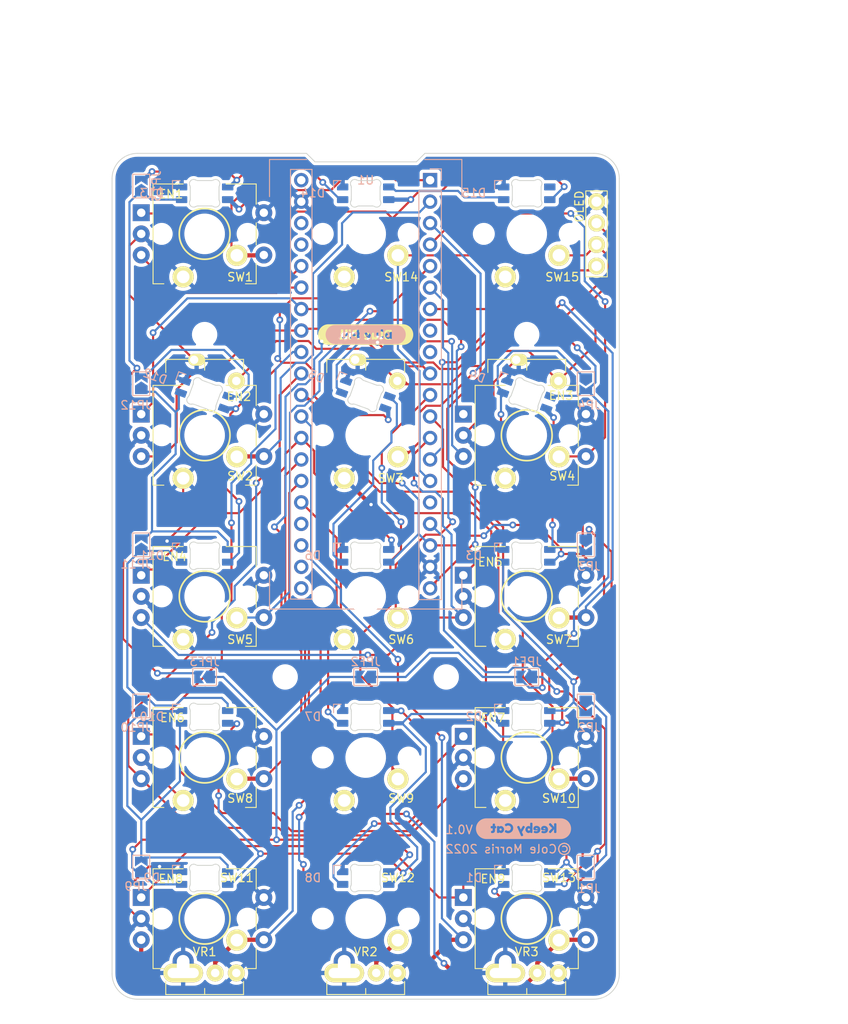
<source format=kicad_pcb>
(kicad_pcb (version 20211014) (generator pcbnew)
  (layers (0 "F.Cu" signal) (31 "B.Cu" signal) (34 "B.Paste" user) (35 "F.Paste" user) (36 "B.SilkS" user "B.Silkscreen") (37 "F.SilkS" user "F.Silkscreen") (38 "B.Mask" user) (39 "F.Mask" user) (44 "Edge.Cuts" user))
  (property "revision" "0.1")
  (net 0 "")
  (net 1 "GND")
  (net 2 "+5V")
  (net 3 "+3V3")
  (net 4 "KEY1")
  (net 5 "KEY4")
  (net 6 "KEY7")
  (net 7 "KEY2")
  (net 8 "KEY5")
  (net 9 "KEY8")
  (net 10 "KEY3")
  (net 11 "KEY6")
  (net 12 "KEY9")
  (net 13 "ENC1B")
  (net 14 "ENC1A")
  (net 15 "ENC2B")
  (net 16 "ENC2A")
  (net 17 "ENC3B")
  (net 18 "ENC3A")
  (net 19 "ENC4B")
  (net 20 "ENC4A")
  (net 28 "LED_DATA")
  (net 29 "ENC5A")
  (net 30 "ENC5B")
  (net 31 "KEY10")
  (net 32 "KEY11-POT1")
  (net 33 "KEY13-POT3")
  (net 34 "KEY12-POT2")
  (net 38 "SDA-SW")
  (net 39 "SCL-SW")
  (net 40 "Net-(D1-Pad2)")
  (net 41 "Net-(D2-Pad2)")
  (net 42 "Net-(D3-Pad2)")
  (net 43 "Net-(D4-Pad2)")
  (net 44 "Net-(D5-Pad2)")
  (net 45 "Net-(D6-Pad2)")
  (net 46 "Net-(D7-Pad2)")
  (net 47 "Net-(D8-Pad2)")
  (net 48 "Net-(D10-Pad4)")
  (net 49 "Net-(D10-Pad2)")
  (net 50 "Net-(D11-Pad2)")
  (net 51 "Net-(D12-Pad2)")
  (net 52 "Net-(D13-Pad2)")
  (net 53 "Net-(D14-Pad2)")
  (footprint "Keeby-Cat Footprints:RotaryEncoder_Alps_EC11E-Switch_Vertical_H20mm_nomount_alt" (layer "F.Cu") (at 73.11 109.45)
    (fp_text reference "EN4")
    (fp_text value "RotaryEncoder_Switch")
  )
  (footprint "Keeby-Cat Footprints:LED_MX_SK6812MINI-E" (layer "F.Cu") (at 73.11 109.45 180)
    (fp_text reference "D11")
    (fp_text value "SK6812MINI-E" hide)
    (fp_line (start 1.699999 4.097157) (end 1.699999 5.502841) (layer "Edge.Cuts") (width 0.1))
    (fp_line (start -0.794452 3.3) (end 0.794453 3.3) (layer "Edge.Cuts") (width 0.1))
    (fp_line (start -1.699999 5.502841) (end -1.699999 4.097157) (layer "Edge.Cuts") (width 0.1))
    (fp_line (start 0.794452 6.299999) (end -0.794452 6.299999) (layer "Edge.Cuts") (width 0.1))
    (fp_arc (start -1.04671 6.368298) (mid -0.925122 6.317376) (end -0.794452 6.299999) (layer "Edge.Cuts") (width 0.1))
    (fp_arc (start -1.749484 3.880279) (mid -1.712527 3.985931) (end -1.699999 4.097157) (layer "Edge.Cuts") (width 0.1))
    (fp_arc (start -1.699999 5.502842) (mid -1.712527 5.614067) (end -1.749484 5.719719) (layer "Edge.Cuts") (width 0.1))
    (fp_arc (start 0.794452 6.299999) (mid 0.925123 6.317376) (end 1.046711 6.368298) (layer "Edge.Cuts") (width 0.1))
    (fp_arc (start 1.699999 4.097156) (mid 1.712527 3.985931) (end 1.749484 3.880279) (layer "Edge.Cuts") (width 0.1))
    (fp_arc (start 1.749484 5.719719) (mid 1.712527 5.614067) (end 1.699999 5.502841) (layer "Edge.Cuts") (width 0.1))
    (fp_arc (start 1.046711 3.231701) (mid 0.925123 3.282623) (end 0.794453 3.3) (layer "Edge.Cuts") (width 0.1))
    (fp_arc (start 1.749484 5.719718) (mid 1.638072 6.304034) (end 1.046711 6.368298) (layer "Edge.Cuts") (width 0.1))
    (fp_arc (start -1.749484 3.880279) (mid -1.638071 3.295964) (end -1.046711 3.2317) (layer "Edge.Cuts") (width 0.1))
    (fp_arc (start -1.046711 6.368296) (mid -1.63807 6.304033) (end -1.749484 5.719719) (layer "Edge.Cuts") (width 0.1))
    (fp_arc (start -0.794453 3.299999) (mid -0.925123 3.282622) (end -1.046711 3.2317) (layer "Edge.Cuts") (width 0.1))
    (fp_arc (start 1.046711 3.231701) (mid 1.638071 3.295965) (end 1.749484 3.880279) (layer "Edge.Cuts") (width 0.1))
  )
  (footprint "Keeby-Cat Footprints:RotaryEncoder_Alps_EC11E-Switch_Vertical_H20mm_nomount_alt" (layer "F.Cu") (at 111.21 90.4)
    (fp_text reference "EN3")
    (fp_text value "RotaryEncoder_Switch")
  )
  (footprint "kbd-footprints:CherryMX_1u_north" (layer "F.Cu") (at 111.21 90.4)
    (fp_text reference "SW4")
    (fp_text value "SW_Push" hide)
  )
  (footprint "Keeby-Cat Footprints:LED_MX_SK6812MINI-E" (layer "F.Cu") (at 111.21 66.5875 180)
    (fp_text reference "D15")
    (fp_text value "SK6812MINI-E" hide)
    (fp_line (start 1.699999 4.097157) (end 1.699999 5.502841) (layer "Edge.Cuts") (width 0.1))
    (fp_line (start 0.794452 6.299999) (end -0.794452 6.299999) (layer "Edge.Cuts") (width 0.1))
    (fp_line (start -0.794452 3.3) (end 0.794453 3.3) (layer "Edge.Cuts") (width 0.1))
    (fp_line (start -1.699999 5.502841) (end -1.699999 4.097157) (layer "Edge.Cuts") (width 0.1))
    (fp_arc (start -1.749484 3.880279) (mid -1.712527 3.985931) (end -1.699999 4.097157) (layer "Edge.Cuts") (width 0.1))
    (fp_arc (start 1.749484 5.719718) (mid 1.638072 6.304034) (end 1.046711 6.368298) (layer "Edge.Cuts") (width 0.1))
    (fp_arc (start -1.04671 6.368298) (mid -0.925122 6.317376) (end -0.794452 6.299999) (layer "Edge.Cuts") (width 0.1))
    (fp_arc (start 1.046711 3.231701) (mid 1.638071 3.295965) (end 1.749484 3.880279) (layer "Edge.Cuts") (width 0.1))
    (fp_arc (start -1.699999 5.502842) (mid -1.712527 5.614067) (end -1.749484 5.719719) (layer "Edge.Cuts") (width 0.1))
    (fp_arc (start -1.046711 6.368296) (mid -1.63807 6.304033) (end -1.749484 5.719719) (layer "Edge.Cuts") (width 0.1))
    (fp_arc (start 1.749484 5.719719) (mid 1.712527 5.614067) (end 1.699999 5.502841) (layer "Edge.Cuts") (width 0.1))
    (fp_arc (start 0.794452 6.299999) (mid 0.925123 6.317376) (end 1.046711 6.368298) (layer "Edge.Cuts") (width 0.1))
    (fp_arc (start -0.794453 3.299999) (mid -0.925123 3.282622) (end -1.046711 3.2317) (layer "Edge.Cuts") (width 0.1))
    (fp_arc (start 1.699999 4.097156) (mid 1.712527 3.985931) (end 1.749484 3.880279) (layer "Edge.Cuts") (width 0.1))
    (fp_arc (start 1.046711 3.231701) (mid 0.925123 3.282623) (end 0.794453 3.3) (layer "Edge.Cuts") (width 0.1))
    (fp_arc (start -1.749484 3.880279) (mid -1.638071 3.295964) (end -1.046711 3.2317) (layer "Edge.Cuts") (width 0.1))
  )
  (footprint "Keeby-Cat Footprints:CherryMX_1u_north_potcombo" (layer "F.Cu") (at 111.21 147.55)
    (fp_text reference "SW13")
    (fp_text value "SW_Push" hide)
  )
  (footprint "kibuzzard-6226FF10" (layer "F.Cu") (at 92.16 78.49375)
    (fp_text reference "kibuzzard-6226FF10" hide)
    (fp_text value "G***" hide)
  )
  (footprint "Keeby-Cat Footprints:RotaryEncoder_Alps_EC11E-Switch_Vertical_H20mm_nomount_alt" (layer "F.Cu") (at 111.21 128.5)
    (fp_text reference "EN7")
    (fp_text value "RotaryEncoder_Switch")
  )
  (footprint "Keeby-Cat Footprints:LED_MX_SK6812MINI-E" (layer "F.Cu") (at 111.21 109.45 180)
    (fp_text reference "D3")
    (fp_text value "SK6812MINI-E" hide)
    (fp_line (start -0.794452 3.3) (end 0.794453 3.3) (layer "Edge.Cuts") (width 0.1))
    (fp_line (start 1.699999 4.097157) (end 1.699999 5.502841) (layer "Edge.Cuts") (width 0.1))
    (fp_line (start 0.794452 6.299999) (end -0.794452 6.299999) (layer "Edge.Cuts") (width 0.1))
    (fp_line (start -1.699999 5.502841) (end -1.699999 4.097157) (layer "Edge.Cuts") (width 0.1))
    (fp_arc (start -1.749484 3.880279) (mid -1.638071 3.295964) (end -1.046711 3.2317) (layer "Edge.Cuts") (width 0.1))
    (fp_arc (start 1.749484 5.719719) (mid 1.712527 5.614067) (end 1.699999 5.502841) (layer "Edge.Cuts") (width 0.1))
    (fp_arc (start -1.046711 6.368296) (mid -1.63807 6.304033) (end -1.749484 5.719719) (layer "Edge.Cuts") (width 0.1))
    (fp_arc (start -0.794453 3.299999) (mid -0.925123 3.282622) (end -1.046711 3.2317) (layer "Edge.Cuts") (width 0.1))
    (fp_arc (start -1.04671 6.368298) (mid -0.925122 6.317376) (end -0.794452 6.299999) (layer "Edge.Cuts") (width 0.1))
    (fp_arc (start 1.046711 3.231701) (mid 0.925123 3.282623) (end 0.794453 3.3) (layer "Edge.Cuts") (width 0.1))
    (fp_arc (start -1.749484 3.880279) (mid -1.712527 3.985931) (end -1.699999 4.097157) (layer "Edge.Cuts") (width 0.1))
    (fp_arc (start 1.749484 5.719718) (mid 1.638072 6.304034) (end 1.046711 6.368298) (layer "Edge.Cuts") (width 0.1))
    (fp_arc (start -1.699999 5.502842) (mid -1.712527 5.614067) (end -1.749484 5.719719) (layer "Edge.Cuts") (width 0.1))
    (fp_arc (start 1.699999 4.097156) (mid 1.712527 3.985931) (end 1.749484 3.880279) (layer "Edge.Cuts") (width 0.1))
    (fp_arc (start 1.046711 3.231701) (mid 1.638071 3.295965) (end 1.749484 3.880279) (layer "Edge.Cuts") (width 0.1))
    (fp_arc (start 0.794452 6.299999) (mid 0.925123 6.317376) (end 1.046711 6.368298) (layer "Edge.Cuts") (width 0.1))
  )
  (footprint "Keeby-Cat Footprints:RotaryEncoder_Alps_EC11E-Switch_Vertical_H20mm_nomount_alt" (layer "F.Cu") (at 73.11 128.5)
    (fp_text reference "EN6")
    (fp_text value "RotaryEncoder_Switch")
  )
  (footprint "Keeby-Cat Footprints:LED_MX_SK6812MINI-E" (layer "F.Cu") (at 92.16 128.5 180)
    (fp_text reference "D7")
    (fp_text value "SK6812MINI-E" hide)
    (fp_line (start -0.794452 3.3) (end 0.794453 3.3) (layer "Edge.Cuts") (width 0.1))
    (fp_line (start 1.699999 4.097157) (end 1.699999 5.502841) (layer "Edge.Cuts") (width 0.1))
    (fp_line (start 0.794452 6.299999) (end -0.794452 6.299999) (layer "Edge.Cuts") (width 0.1))
    (fp_line (start -1.699999 5.502841) (end -1.699999 4.097157) (layer "Edge.Cuts") (width 0.1))
    (fp_arc (start -0.794453 3.299999) (mid -0.925123 3.282622) (end -1.046711 3.2317) (layer "Edge.Cuts") (width 0.1))
    (fp_arc (start -1.749484 3.880279) (mid -1.638071 3.295964) (end -1.046711 3.2317) (layer "Edge.Cuts") (width 0.1))
    (fp_arc (start 1.749484 5.719719) (mid 1.712527 5.614067) (end 1.699999 5.502841) (layer "Edge.Cuts") (width 0.1))
    (fp_arc (start 1.046711 3.231701) (mid 0.925123 3.282623) (end 0.794453 3.3) (layer "Edge.Cuts") (width 0.1))
    (fp_arc (start 1.749484 5.719718) (mid 1.638072 6.304034) (end 1.046711 6.368298) (layer "Edge.Cuts") (width 0.1))
    (fp_arc (start 1.699999 4.097156) (mid 1.712527 3.985931) (end 1.749484 3.880279) (layer "Edge.Cuts") (width 0.1))
    (fp_arc (start 0.794452 6.299999) (mid 0.925123 6.317376) (end 1.046711 6.368298) (layer "Edge.Cuts") (width 0.1))
    (fp_arc (start -1.046711 6.368296) (mid -1.63807 6.304033) (end -1.749484 5.719719) (layer "Edge.Cuts") (width 0.1))
    (fp_arc (start -1.749484 3.880279) (mid -1.712527 3.985931) (end -1.699999 4.097157) (layer "Edge.Cuts") (width 0.1))
    (fp_arc (start -1.699999 5.502842) (mid -1.712527 5.614067) (end -1.749484 5.719719) (layer "Edge.Cuts") (width 0.1))
    (fp_arc (start -1.04671 6.368298) (mid -0.925122 6.317376) (end -0.794452 6.299999) (layer "Edge.Cuts") (width 0.1))
    (fp_arc (start 1.046711 3.231701) (mid 1.638071 3.295965) (end 1.749484 3.880279) (layer "Edge.Cuts") (width 0.1))
  )
  (footprint "Keeby-Cat Footprints:RotaryEncoder_Alps_EC11E-Switch_Vertical_H20mm_nomount_alt" (layer "F.Cu") (at 73.11 147.55)
    (fp_text reference "EN8")
    (fp_text value "RotaryEncoder_Switch")
  )
  (footprint "kbd-footprints:CherryMX_1u_north" (layer "F.Cu") (at 92.16 90.4)
    (fp_text reference "SW3")
    (fp_text value "SW_Push" hide)
  )
  (footprint "Keeby-Cat Footprints:LED_MX_SK6812MINI-E" (layer "F.Cu") (at 92.16 66.5875 180)
    (fp_text reference "D14")
    (fp_text value "SK6812MINI-E" hide)
    (fp_line (start 0.794452 6.299999) (end -0.794452 6.299999) (layer "Edge.Cuts") (width 0.1))
    (fp_line (start -1.699999 5.502841) (end -1.699999 4.097157) (layer "Edge.Cuts") (width 0.1))
    (fp_line (start 1.699999 4.097157) (end 1.699999 5.502841) (layer "Edge.Cuts") (width 0.1))
    (fp_line (start -0.794452 3.3) (end 0.794453 3.3) (layer "Edge.Cuts") (width 0.1))
    (fp_arc (start 1.749484 5.719719) (mid 1.712527 5.614067) (end 1.699999 5.502841) (layer "Edge.Cuts") (width 0.1))
    (fp_arc (start -1.699999 5.502842) (mid -1.712527 5.614067) (end -1.749484 5.719719) (layer "Edge.Cuts") (width 0.1))
    (fp_arc (start 1.046711 3.231701) (mid 0.925123 3.282623) (end 0.794453 3.3) (layer "Edge.Cuts") (width 0.1))
    (fp_arc (start 1.699999 4.097156) (mid 1.712527 3.985931) (end 1.749484 3.880279) (layer "Edge.Cuts") (width 0.1))
    (fp_arc (start -0.794453 3.299999) (mid -0.925123 3.282622) (end -1.046711 3.2317) (layer "Edge.Cuts") (width 0.1))
    (fp_arc (start -1.749484 3.880279) (mid -1.712527 3.985931) (end -1.699999 4.097157) (layer "Edge.Cuts") (width 0.1))
    (fp_arc (start -1.749484 3.880279) (mid -1.638071 3.295964) (end -1.046711 3.2317) (layer "Edge.Cuts") (width 0.1))
    (fp_arc (start 1.046711 3.231701) (mid 1.638071 3.295965) (end 1.749484 3.880279) (layer "Edge.Cuts") (width 0.1))
    (fp_arc (start -1.04671 6.368298) (mid -0.925122 6.317376) (end -0.794452 6.299999) (layer "Edge.Cuts") (width 0.1))
    (fp_arc (start 0.794452 6.299999) (mid 0.925123 6.317376) (end 1.046711 6.368298) (layer "Edge.Cuts") (width 0.1))
    (fp_arc (start 1.749484 5.719718) (mid 1.638072 6.304034) (end 1.046711 6.368298) (layer "Edge.Cuts") (width 0.1))
    (fp_arc (start -1.046711 6.368296) (mid -1.63807 6.304033) (end -1.749484 5.719719) (layer "Edge.Cuts") (width 0.1))
  )
  (footprint "Keeby-Cat Footprints:RotaryEncoder_Alps_EC11E-Switch_Vertical_H20mm_nomount_alt" (layer "F.Cu") (at 111.21 147.55)
    (fp_text reference "EN9")
    (fp_text value "RotaryEncoder_Switch")
  )
  (footprint "kbd-footprints:CherryMX_1u_north" (layer "F.Cu") (at 92.16 66.5875)
    (fp_text reference "SW14")
    (fp_text value "SW_Push" hide)
  )
  (footprint "kbd-footprints:OLED_v2" (layer "F.Cu") (at 119.465 66.5875 90)
    (fp_text reference "OL1")
    (fp_text value "OLED" hide)
  )
  (footprint "Keeby-Cat Footprints:LED_MX_SK6812MINI-E" (layer "F.Cu") (at 111.21 128.5 180)
    (fp_text reference "D2")
    (fp_text value "SK6812MINI-E" hide)
    (fp_line (start -1.699999 5.502841) (end -1.699999 4.097157) (layer "Edge.Cuts") (width 0.1))
    (fp_line (start 1.699999 4.097157) (end 1.699999 5.502841) (layer "Edge.Cuts") (width 0.1))
    (fp_line (start 0.794452 6.299999) (end -0.794452 6.299999) (layer "Edge.Cuts") (width 0.1))
    (fp_line (start -0.794452 3.3) (end 0.794453 3.3) (layer "Edge.Cuts") (width 0.1))
    (fp_arc (start -1.749484 3.880279) (mid -1.712527 3.985931) (end -1.699999 4.097157) (layer "Edge.Cuts") (width 0.1))
    (fp_arc (start 1.046711 3.231701) (mid 1.638071 3.295965) (end 1.749484 3.880279) (layer "Edge.Cuts") (width 0.1))
    (fp_arc (start -1.749484 3.880279) (mid -1.638071 3.295964) (end -1.046711 3.2317) (layer "Edge.Cuts") (width 0.1))
    (fp_arc (start -1.046711 6.368296) (mid -1.63807 6.304033) (end -1.749484 5.719719) (layer "Edge.Cuts") (width 0.1))
    (fp_arc (start -0.794453 3.299999) (mid -0.925123 3.282622) (end -1.046711 3.2317) (layer "Edge.Cuts") (width 0.1))
    (fp_arc (start 1.749484 5.719718) (mid 1.638072 6.304034) (end 1.046711 6.368298) (layer "Edge.Cuts") (width 0.1))
    (fp_arc (start 1.699999 4.097156) (mid 1.712527 3.985931) (end 1.749484 3.880279) (layer "Edge.Cuts") (width 0.1))
    (fp_arc (start 1.046711 3.231701) (mid 0.925123 3.282623) (end 0.794453 3.3) (layer "Edge.Cuts") (width 0.1))
    (fp_arc (start 0.794452 6.299999) (mid 0.925123 6.317376) (end 1.046711 6.368298) (layer "Edge.Cuts") (width 0.1))
    (fp_arc (start -1.699999 5.502842) (mid -1.712527 5.614067) (end -1.749484 5.719719) (layer "Edge.Cuts") (width 0.1))
    (fp_arc (start 1.749484 5.719719) (mid 1.712527 5.614067) (end 1.699999 5.502841) (layer "Edge.Cuts") (width 0.1))
    (fp_arc (start -1.04671 6.368298) (mid -0.925122 6.317376) (end -0.794452 6.299999) (layer "Edge.Cuts") (width 0.1))
  )
  (footprint "Keeby-Cat Footprints:LED_MX_SK6812MINI-E" (layer "F.Cu") (at 92.16 109.45 180)
    (fp_text reference "D6")
    (fp_text value "SK6812MINI-E" hide)
    (fp_line (start 1.699999 4.097157) (end 1.699999 5.502841) (layer "Edge.Cuts") (width 0.1))
    (fp_line (start -0.794452 3.3) (end 0.794453 3.3) (layer "Edge.Cuts") (width 0.1))
    (fp_line (start 0.794452 6.299999) (end -0.794452 6.299999) (layer "Edge.Cuts") (width 0.1))
    (fp_line (start -1.699999 5.502841) (end -1.699999 4.097157) (layer "Edge.Cuts") (width 0.1))
    (fp_arc (start 1.749484 5.719718) (mid 1.638072 6.304034) (end 1.046711 6.368298) (layer "Edge.Cuts") (width 0.1))
    (fp_arc (start -1.749484 3.880279) (mid -1.638071 3.295964) (end -1.046711 3.2317) (layer "Edge.Cuts") (width 0.1))
    (fp_arc (start -1.046711 6.368296) (mid -1.63807 6.304033) (end -1.749484 5.719719) (layer "Edge.Cuts") (width 0.1))
    (fp_arc (start 1.046711 3.231701) (mid 1.638071 3.295965) (end 1.749484 3.880279) (layer "Edge.Cuts") (width 0.1))
    (fp_arc (start 0.794452 6.299999) (mid 0.925123 6.317376) (end 1.046711 6.368298) (layer "Edge.Cuts") (width 0.1))
    (fp_arc (start -1.699999 5.502842) (mid -1.712527 5.614067) (end -1.749484 5.719719) (layer "Edge.Cuts") (width 0.1))
    (fp_arc (start -0.794453 3.299999) (mid -0.925123 3.282622) (end -1.046711 3.2317) (layer "Edge.Cuts") (width 0.1))
    (fp_arc (start -1.749484 3.880279) (mid -1.712527 3.985931) (end -1.699999 4.097157) (layer "Edge.Cuts") (width 0.1))
    (fp_arc (start 1.749484 5.719719) (mid 1.712527 5.614067) (end 1.699999 5.502841) (layer "Edge.Cuts") (width 0.1))
    (fp_arc (start 1.699999 4.097156) (mid 1.712527 3.985931) (end 1.749484 3.880279) (layer "Edge.Cuts") (width 0.1))
    (fp_arc (start 1.046711 3.231701) (mid 0.925123 3.282623) (end 0.794453 3.3) (layer "Edge.Cuts") (width 0.1))
    (fp_arc (start -1.04671 6.368298) (mid -0.925122 6.317376) (end -0.794452 6.299999) (layer "Edge.Cuts") (width 0.1))
  )
  (footprint "Keeby-Cat Footprints:LED_MX_SK6812MINI-E" (layer "F.Cu") (at 92.16 147.55 180)
    (fp_text reference "D8")
    (fp_text value "SK6812MINI-E" hide)
    (fp_line (start -0.794452 3.3) (end 0.794453 3.3) (layer "Edge.Cuts") (width 0.1))
    (fp_line (start 0.794452 6.299999) (end -0.794452 6.299999) (layer "Edge.Cuts") (width 0.1))
    (fp_line (start -1.699999 5.502841) (end -1.699999 4.097157) (layer "Edge.Cuts") (width 0.1))
    (fp_line (start 1.699999 4.097157) (end 1.699999 5.502841) (layer "Edge.Cuts") (width 0.1))
    (fp_arc (start 1.699999 4.097156) (mid 1.712527 3.985931) (end 1.749484 3.880279) (layer "Edge.Cuts") (width 0.1))
    (fp_arc (start 1.046711 3.231701) (mid 1.638071 3.295965) (end 1.749484 3.880279) (layer "Edge.Cuts") (width 0.1))
    (fp_arc (start -1.749484 3.880279) (mid -1.712527 3.985931) (end -1.699999 4.097157) (layer "Edge.Cuts") (width 0.1))
    (fp_arc (start 1.046711 3.231701) (mid 0.925123 3.282623) (end 0.794453 3.3) (layer "Edge.Cuts") (width 0.1))
    (fp_arc (start 0.794452 6.299999) (mid 0.925123 6.317376) (end 1.046711 6.368298) (layer "Edge.Cuts") (width 0.1))
    (fp_arc (start 1.749484 5.719718) (mid 1.638072 6.304034) (end 1.046711 6.368298) (layer "Edge.Cuts") (width 0.1))
    (fp_arc (start -1.04671 6.368298) (mid -0.925122 6.317376) (end -0.794452 6.299999) (layer "Edge.Cuts") (width 0.1))
    (fp_arc (start 1.749484 5.719719) (mid 1.712527 5.614067) (end 1.699999 5.502841) (layer "Edge.Cuts") (width 0.1))
    (fp_arc (start -1.046711 6.368296) (mid -1.63807 6.304033) (end -1.749484 5.719719) (layer "Edge.Cuts") (width 0.1))
    (fp_arc (start -0.794453 3.299999) (mid -0.925123 3.282622) (end -1.046711 3.2317) (layer "Edge.Cuts") (width 0.1))
    (fp_arc (start -1.749484 3.880279) (mid -1.638071 3.295964) (end -1.046711 3.2317) (layer "Edge.Cuts") (width 0.1))
    (fp_arc (start -1.699999 5.502842) (mid -1.712527 5.614067) (end -1.749484 5.719719) (layer "Edge.Cuts") (width 0.1))
  )
  (footprint "Keeby-Cat Footprints:LED_MX_SK6812MINI-E" (layer "F.Cu") (at 73.11 66.5875 180)
    (fp_text reference "D13")
    (fp_text value "SK6812MINI-E" hide)
    (fp_line (start 1.699999 4.097157) (end 1.699999 5.502841) (layer "Edge.Cuts") (width 0.1))
    (fp_line (start -1.699999 5.502841) (end -1.699999 4.097157) (layer "Edge.Cuts") (width 0.1))
    (fp_line (start 0.794452 6.299999) (end -0.794452 6.299999) (layer "Edge.Cuts") (width 0.1))
    (fp_line (start -0.794452 3.3) (end 0.794453 3.3) (layer "Edge.Cuts") (width 0.1))
    (fp_arc (start 1.749484 5.719718) (mid 1.638072 6.304034) (end 1.046711 6.368298) (layer "Edge.Cuts") (width 0.1))
    (fp_arc (start -1.04671 6.368298) (mid -0.925122 6.317376) (end -0.794452 6.299999) (layer "Edge.Cuts") (width 0.1))
    (fp_arc (start 1.749484 5.719719) (mid 1.712527 5.614067) (end 1.699999 5.502841) (layer "Edge.Cuts") (width 0.1))
    (fp_arc (start -0.794453 3.299999) (mid -0.925123 3.282622) (end -1.046711 3.2317) (layer "Edge.Cuts") (width 0.1))
    (fp_arc (start 0.794452 6.299999) (mid 0.925123 6.317376) (end 1.046711 6.368298) (layer "Edge.Cuts") (width 0.1))
    (fp_arc (start -1.046711 6.368296) (mid -1.63807 6.304033) (end -1.749484 5.719719) (layer "Edge.Cuts") (width 0.1))
    (fp_arc (start 1.046711 3.231701) (mid 1.638071 3.295965) (end 1.749484 3.880279) (layer "Edge.Cuts") (width 0.1))
    (fp_arc (start -1.749484 3.880279) (mid -1.638071 3.295964) (end -1.046711 3.2317) (layer "Edge.Cuts") (width 0.1))
    (fp_arc (start -1.699999 5.502842) (mid -1.712527 5.614067) (end -1.749484 5.719719) (layer "Edge.Cuts") (width 0.1))
    (fp_arc (start -1.749484 3.880279) (mid -1.712527 3.985931) (end -1.699999 4.097157) (layer "Edge.Cuts") (width 0.1))
    (fp_arc (start 1.699999 4.097156) (mid 1.712527 3.985931) (end 1.749484 3.880279) (layer "Edge.Cuts") (width 0.1))
    (fp_arc (start 1.046711 3.231701) (mid 0.925123 3.282623) (end 0.794453 3.3) (layer "Edge.Cuts") (width 0.1))
  )
  (footprint "kbd-footprints:CherryMX_1u_north" (layer "F.Cu") (at 92.16 128.5)
    (fp_text reference "SW9")
    (fp_text value "SW_Push" hide)
  )
  (footprint "Keeby-Cat Footprints:RotaryEncoder_Alps_EC11E-Switch_Vertical_H20mm_nomount_alt" (layer "F.Cu") (at 73.11 66.5875)
    (fp_text reference "EN1")
    (fp_text value "RotaryEncoder_Switch")
  )
  (footprint "Keeby-Cat Footprints:LED_MX_SK6812MINI-E" (layer "F.Cu") (at 111.21 147.55 180)
    (fp_text reference "D1")
    (fp_text value "SK6812MINI-E" hide)
    (fp_line (start -0.794452 3.3) (end 0.794453 3.3) (layer "Edge.Cuts") (width 0.1))
    (fp_line (start 1.699999 4.097157) (end 1.699999 5.502841) (layer "Edge.Cuts") (width 0.1))
    (fp_line (start -1.699999 5.502841) (end -1.699999 4.097157) (layer "Edge.Cuts") (width 0.1))
    (fp_line (start 0.794452 6.299999) (end -0.794452 6.299999) (layer "Edge.Cuts") (width 0.1))
    (fp_arc (start -1.046711 6.368296) (mid -1.63807 6.304033) (end -1.749484 5.719719) (layer "Edge.Cuts") (width 0.1))
    (fp_arc (start 1.046711 3.231701) (mid 1.638071 3.295965) (end 1.749484 3.880279) (layer "Edge.Cuts") (width 0.1))
    (fp_arc (start -0.794453 3.299999) (mid -0.925123 3.282622) (end -1.046711 3.2317) (layer "Edge.Cuts") (width 0.1))
    (fp_arc (start -1.699999 5.502842) (mid -1.712527 5.614067) (end -1.749484 5.719719) (layer "Edge.Cuts") (width 0.1))
    (fp_arc (start 1.046711 3.231701) (mid 0.925123 3.282623) (end 0.794453 3.3) (layer "Edge.Cuts") (width 0.1))
    (fp_arc (start -1.04671 6.368298) (mid -0.925122 6.317376) (end -0.794452 6.299999) (layer "Edge.Cuts") (width 0.1))
    (fp_arc (start 1.749484 5.719719) (mid 1.712527 5.614067) (end 1.699999 5.502841) (layer "Edge.Cuts") (width 0.1))
    (fp_arc (start 1.699999 4.097156) (mid 1.712527 3.985931) (end 1.749484 3.880279) (layer "Edge.Cuts") (width 0.1))
    (fp_arc (start -1.749484 3.880279) (mid -1.712527 3.985931) (end -1.699999 4.097157) (layer "Edge.Cuts") (width 0.1))
    (fp_arc (start -1.749484 3.880279) (mid -1.638071 3.295964) (end -1.046711 3.2317) (layer "Edge.Cuts") (width 0.1))
    (fp_arc (start 0.794452 6.299999) (mid 0.925123 6.317376) (end 1.046711 6.368298) (layer "Edge.Cuts") (width 0.1))
    (fp_arc (start 1.749484 5.719718) (mid 1.638072 6.304034) (end 1.046711 6.368298) (layer "Edge.Cuts") (width 0.1))
  )
  (footprint "Keeby-Cat Footprints:MountingHole_2.2mm_M2_DIN965" (layer "F.Cu") (at 101.685 118.975)
    (fp_text reference "H4" hide)
    (fp_text value "MountingHole")
  )
  (footprint "Keeby-Cat Footprints:CherryMX_1u_north_potcombo" (layer "F.Cu") (at 73.11 147.55)
    (fp_text reference "SW11")
    (fp_text value "SW_Push" hide)
  )
  (footprint "kbd-footprints:CherryMX_1u_north" (layer "F.Cu") (at 111.21 66.5875)
    (fp_text reference "SW15")
    (fp_text value "SW_Push" hide)
  )
  (footprint "Keeby-Cat Footprints:PS60M Single-pin" (layer "F.Cu") (at 111.21 118.975 180)
    (fp_text reference "VR3")
    (fp_text value "L_POT_Dual_PS60M_combo")
  )
  (footprint "Keeby-Cat Footprints:LED_MX_SK6812MINI-E_rotated" (layer "F.Cu") (at 73.11 90.4 180)
    (fp_text reference "D12")
    (fp_text value "SK6812MINI-E" hide)
    (fp_line (start 0.233512 6.481257) (end -1.259571 5.937819) (layer "Edge.Cuts") (width 0.1))
    (fp_line (start -1.837862 4.879021) (end -1.35709 3.55811) (layer "Edge.Cuts") (width 0.1))
    (fp_line (start -0.23351 3.118742) (end 1.259572 3.66218) (layer "Edge.Cuts") (width 0.1))
    (fp_line (start 1.837863 4.720978) (end 1.357091 6.041888) (layer "Edge.Cuts") (width 0.1))
    (fp_arc (start 0.233512 6.481257) (mid 0.350358 6.542278) (end 0.447197 6.631714) (layer "Edge.Cuts") (width 0.1))
    (fp_arc (start 1.329415 6.262612) (mid 1.330822 6.150691) (end 1.357091 6.041888) (layer "Edge.Cuts") (width 0.1))
    (fp_arc (start 1.329415 6.26261) (mid 1.024875 6.773584) (end 0.447197 6.631714) (layer "Edge.Cuts") (width 0.1))
    (fp_arc (start -0.233511 3.118741) (mid -0.350357 3.05772) (end -0.447196 2.968284) (layer "Edge.Cuts") (width 0.1))
    (fp_arc (start 1.837863 4.720977) (mid 1.887677 4.620744) (end 1.95854 4.534104) (layer "Edge.Cuts") (width 0.1))
    (fp_arc (start 1.519976 3.684277) (mid 1.388305 3.690542) (end 1.259572 3.66218) (layer "Edge.Cuts") (width 0.1))
    (fp_arc (start 1.519976 3.684277) (mid 2.053693 3.946922) (end 1.95854 4.534104) (layer "Edge.Cuts") (width 0.1))
    (fp_arc (start -1.329414 3.337386) (mid -1.330821 3.449307) (end -1.35709 3.55811) (layer "Edge.Cuts") (width 0.1))
    (fp_arc (start -1.329414 3.337386) (mid -1.024872 2.826416) (end -0.447196 2.968284) (layer "Edge.Cuts") (width 0.1))
    (fp_arc (start -1.519975 5.915722) (mid -1.388304 5.909456) (end -1.259571 5.937819) (layer "Edge.Cuts") (width 0.1))
    (fp_arc (start -1.837863 4.879022) (mid -1.887677 4.979255) (end -1.95854 5.065894) (layer "Edge.Cuts") (width 0.1))
    (fp_arc (start -1.519975 5.91572) (mid -2.053692 5.653075) (end -1.95854 5.065894) (layer "Edge.Cuts") (width 0.1))
  )
  (footprint "Keeby-Cat Footprints:LED_MX_SK6812MINI-E" (layer "F.Cu") (at 73.11 147.55 180)
    (fp_text reference "D9")
    (fp_text value "SK6812MINI-E" hide)
    (fp_line (start -0.794452 3.3) (end 0.794453 3.3) (layer "Edge.Cuts") (width 0.1))
    (fp_line (start -1.699999 5.502841) (end -1.699999 4.097157) (layer "Edge.Cuts") (width 0.1))
    (fp_line (start 0.794452 6.299999) (end -0.794452 6.299999) (layer "Edge.Cuts") (width 0.1))
    (fp_line (start 1.699999 4.097157) (end 1.699999 5.502841) (layer "Edge.Cuts") (width 0.1))
    (fp_arc (start 1.749484 5.719718) (mid 1.638072 6.304034) (end 1.046711 6.368298) (layer "Edge.Cuts") (width 0.1))
    (fp_arc (start -1.04671 6.368298) (mid -0.925122 6.317376) (end -0.794452 6.299999) (layer "Edge.Cuts") (width 0.1))
    (fp_arc (start -1.699999 5.502842) (mid -1.712527 5.614067) (end -1.749484 5.719719) (layer "Edge.Cuts") (width 0.1))
    (fp_arc (start 1.699999 4.097156) (mid 1.712527 3.985931) (end 1.749484 3.880279) (layer "Edge.Cuts") (width 0.1))
    (fp_arc (start -1.749484 3.880279) (mid -1.638071 3.295964) (end -1.046711 3.2317) (layer "Edge.Cuts") (width 0.1))
    (fp_arc (start -0.794453 3.299999) (mid -0.925123 3.282622) (end -1.046711 3.2317) (layer "Edge.Cuts") (width 0.1))
    (fp_arc (start 1.046711 3.231701) (mid 0.925123 3.282623) (end 0.794453 3.3) (layer "Edge.Cuts") (width 0.1))
    (fp_arc (start 1.046711 3.231701) (mid 1.638071 3.295965) (end 1.749484 3.880279) (layer "Edge.Cuts") (width 0.1))
    (fp_arc (start 1.749484 5.719719) (mid 1.712527 5.614067) (end 1.699999 5.502841) (layer "Edge.Cuts") (width 0.1))
    (fp_arc (start -1.046711 6.368296) (mid -1.63807 6.304033) (end -1.749484 5.719719) (layer "Edge.Cuts") (width 0.1))
    (fp_arc (start 0.794452 6.299999) (mid 0.925123 6.317376) (end 1.046711 6.368298) (layer "Edge.Cuts") (width 0.1))
    (fp_arc (start -1.749484 3.880279) (mid -1.712527 3.985931) (end -1.699999 4.097157) (layer "Edge.Cuts") (width 0.1))
  )
  (footprint "kbd-footprints:CherryMX_1u_north" (layer "F.Cu") (at 73.11 128.5)
    (fp_text reference "SW8")
    (fp_text value "SW_Push" hide)
  )
  (footprint "Keeby-Cat Footprints:RotaryEncoder_Alps_EC11E-Switch_Vertical_H20mm_nomount_alt" (layer "F.Cu") (at 111.21 109.45)
    (fp_text reference "EN5")
    (fp_text value "RotaryEncoder_Switch")
  )
  (footprint "Keeby-Cat Footprints:CherryMX_1u_north_potcombo" (layer "F.Cu") (at 92.16 147.55)
    (fp_text reference "SW12")
    (fp_text value "SW_Push" hide)
  )
  (footprint "Keeby-Cat Footprints:PS60M Single-pin" (layer "F.Cu") (at 73.11 118.975 180)
    (fp_text reference "VR1")
    (fp_text value "L_POT_Dual_PS60M_combo")
  )
  (footprint "Keeby-Cat Footprints:LED_MX_SK6812MINI-E" (layer "F.Cu") (at 73.11 128.5 180)
    (fp_text reference "D10")
    (fp_text value "SK6812MINI-E" hide)
    (fp_line (start -1.699999 5.502841) (end -1.699999 4.097157) (layer "Edge.Cuts") (width 0.1))
    (fp_line (start -0.794452 3.3) (end 0.794453 3.3) (layer "Edge.Cuts") (width 0.1))
    (fp_line (start 1.699999 4.097157) (end 1.699999 5.502841) (layer "Edge.Cuts") (width 0.1))
    (fp_line (start 0.794452 6.299999) (end -0.794452 6.299999) (layer "Edge.Cuts") (width 0.1))
    (fp_arc (start -0.794453 3.299999) (mid -0.925123 3.282622) (end -1.046711 3.2317) (layer "Edge.Cuts") (width 0.1))
    (fp_arc (start -1.749484 3.880279) (mid -1.712527 3.985931) (end -1.699999 4.097157) (layer "Edge.Cuts") (width 0.1))
    (fp_arc (start 1.046711 3.231701) (mid 1.638071 3.295965) (end 1.749484 3.880279) (layer "Edge.Cuts") (width 0.1))
    (fp_arc (start 1.749484 5.719718) (mid 1.638072 6.304034) (end 1.046711 6.368298) (layer "Edge.Cuts") (width 0.1))
    (fp_arc (start -1.699999 5.502842) (mid -1.712527 5.614067) (end -1.749484 5.719719) (layer "Edge.Cuts") (width 0.1))
    (fp_arc (start 1.699999 4.097156) (mid 1.712527 3.985931) (end 1.749484 3.880279) (layer "Edge.Cuts") (width 0.1))
    (fp_arc (start -1.04671 6.368298) (mid -0.925122 6.317376) (end -0.794452 6.299999) (layer "Edge.Cuts") (width 0.1))
    (fp_arc (start -1.046711 6.368296) (mid -1.63807 6.304033) (end -1.749484 5.719719) (layer "Edge.Cuts") (width 0.1))
    (fp_arc (start 1.046711 3.231701) (mid 0.925123 3.282623) (end 0.794453 3.3) (layer "Edge.Cuts") (width 0.1))
    (fp_arc (start 0.794452 6.299999) (mid 0.925123 6.317376) (end 1.046711 6.368298) (layer "Edge.Cuts") (width 0.1))
    (fp_arc (start -1.749484 3.880279) (mid -1.638071 3.295964) (end -1.046711 3.2317) (layer "Edge.Cuts") (width 0.1))
    (fp_arc (start 1.749484 5.719719) (mid 1.712527 5.614067) (end 1.699999 5.502841) (layer "Edge.Cuts") (width 0.1))
  )
  (footprint "kbd-footprints:CherryMX_1u_north" (layer "F.Cu") (at 111.21 109.45)
    (fp_text reference "SW7")
    (fp_text value "SW_Push" hide)
  )
  (footprint "kbd-footprints:CherryMX_1u_north" (layer "F.Cu") (at 92.16 109.45)
    (fp_text reference "SW6")
    (fp_text value "SW_Push" hide)
  )
  (footprint "kbd-footprints:CherryMX_1u_north" (layer "F.Cu") (at 111.21 128.5)
    (fp_text reference "SW10")
    (fp_text value "SW_Push" hide)
  )
  (footprint "Keeby-Cat Footprints:RotaryEncoder_Alps_EC11E-Switch_Vertical_H20mm_nomount_alt" (layer "F.Cu") (at 73.11 90.4)
    (fp_text reference "EN2")
    (fp_text value "RotaryEncoder_Switch")
  )
  (footprint "Keeby-Cat Footprints:LED_MX_SK6812MINI-E_rotated" (layer "F.Cu") (at 111.21 90.4 180)
    (fp_text reference "D4")
    (fp_text value "SK6812MINI-E" hide)
    (fp_line (start 1.837863 4.720978) (end 1.357091 6.041888) (layer "Edge.Cuts") (width 0.1))
    (fp_line (start -1.837862 4.879021) (end -1.35709 3.55811) (layer "Edge.Cuts") (width 0.1))
    (fp_line (start 0.233512 6.481257) (end -1.259571 5.937819) (layer "Edge.Cuts") (width 0.1))
    (fp_line (start -0.23351 3.118742) (end 1.259572 3.66218) (layer "Edge.Cuts") (width 0.1))
    (fp_arc (start -1.519975 5.915722) (mid -1.388304 5.909456) (end -1.259571 5.937819) (layer "Edge.Cuts") (width 0.1))
    (fp_arc (start -1.837863 4.879022) (mid -1.887677 4.979255) (end -1.95854 5.065894) (layer "Edge.Cuts") (width 0.1))
    (fp_arc (start 1.519976 3.684277) (mid 1.388305 3.690542) (end 1.259572 3.66218) (layer "Edge.Cuts") (width 0.1))
    (fp_arc (start -1.329414 3.337386) (mid -1.024872 2.826416) (end -0.447196 2.968284) (layer "Edge.Cuts") (width 0.1))
    (fp_arc (start 0.233512 6.481257) (mid 0.350358 6.542278) (end 0.447197 6.631714) (layer "Edge.Cuts") (width 0.1))
    (fp_arc (start -1.519975 5.91572) (mid -2.053692 5.653075) (end -1.95854 5.065894) (layer "Edge.Cuts") (width 0.1))
    (fp_arc (start -1.329414 3.337386) (mid -1.330821 3.449307) (end -1.35709 3.55811) (layer "Edge.Cuts") (width 0.1))
    (fp_arc (start -0.233511 3.118741) (mid -0.350357 3.05772) (end -0.447196 2.968284) (layer "Edge.Cuts") (width 0.1))
    (fp_arc (start 1.519976 3.684277) (mid 2.053693 3.946922) (end 1.95854 4.534104) (layer "Edge.Cuts") (width 0.1))
    (fp_arc (start 1.329415 6.262612) (mid 1.330822 6.150691) (end 1.357091 6.041888) (layer "Edge.Cuts") (width 0.1))
    (fp_arc (start 1.837863 4.720977) (mid 1.887677 4.620744) (end 1.95854 4.534104) (layer "Edge.Cuts") (width 0.1))
    (fp_arc (start 1.329415 6.26261) (mid 1.024875 6.773584) (end 0.447197 6.631714) (layer "Edge.Cuts") (width 0.1))
  )
  (footprint "Keeby-Cat Footprints:LED_MX_SK6812MINI-E_rotated" (layer "F.Cu") (at 92.16 90.4 180)
    (fp_text reference "D5")
    (fp_text value "SK6812MINI-E" hide)
    (fp_line (start 1.837863 4.720978) (end 1.357091 6.041888) (layer "Edge.Cuts") (width 0.1))
    (fp_line (start 0.233512 6.481257) (end -1.259571 5.937819) (layer "Edge.Cuts") (width 0.1))
    (fp_line (start -0.23351 3.118742) (end 1.259572 3.66218) (layer "Edge.Cuts") (width 0.1))
    (fp_line (start -1.837862 4.879021) (end -1.35709 3.55811) (layer "Edge.Cuts") (width 0.1))
    (fp_arc (start -1.519975 5.915722) (mid -1.388304 5.909456) (end -1.259571 5.937819) (layer "Edge.Cuts") (width 0.1))
    (fp_arc (start 0.233512 6.481257) (mid 0.350358 6.542278) (end 0.447197 6.631714) (layer "Edge.Cuts") (width 0.1))
    (fp_arc (start 1.329415 6.26261) (mid 1.024875 6.773584) (end 0.447197 6.631714) (layer "Edge.Cuts") (width 0.1))
    (fp_arc (start 1.519976 3.684277) (mid 1.388305 3.690542) (end 1.259572 3.66218) (layer "Edge.Cuts") (width 0.1))
    (fp_arc (start -1.329414 3.337386) (mid -1.330821 3.449307) (end -1.35709 3.55811) (layer "Edge.Cuts") (width 0.1))
    (fp_arc (start 1.837863 4.720977) (mid 1.887677 4.620744) (end 1.95854 4.534104) (layer "Edge.Cuts") (width 0.1))
    (fp_arc (start -1.329414 3.337386) (mid -1.024872 2.826416) (end -0.447196 2.968284) (layer "Edge.Cuts") (width 0.1))
    (fp_arc (start 1.329415 6.262612) (mid 1.330822 6.150691) (end 1.357091 6.041888) (layer "Edge.Cuts") (width 0.1))
    (fp_arc (start 1.519976 3.684277) (mid 2.053693 3.946922) (end 1.95854 4.534104) (layer "Edge.Cuts") (width 0.1))
    (fp_arc (start -1.837863 4.879022) (mid -1.887677 4.979255) (end -1.95854 5.065894) (layer "Edge.Cuts") (width 0.1))
    (fp_arc (start -0.233511 3.118741) (mid -0.350357 3.05772) (end -0.447196 2.968284) (layer "Edge.Cuts") (width 0.1))
    (fp_arc (start -1.519975 5.91572) (mid -2.053692 5.653075) (end -1.95854 5.065894) (layer "Edge.Cuts") (width 0.1))
  )
  (footprint "Keeby-Cat Footprints:MountingHole_2.2mm_M2_DIN965" (layer "F.Cu") (at 73.11 78.49375 180)
    (fp_text reference "H1" hide)
    (fp_text value "MountingHole")
  )
  (footprint "Keeby-Cat Footprints:MountingHole_2.2mm_M2_DIN965" (layer "F.Cu") (at 111.21 78.49375 180)
    (fp_text reference "H2" hide)
    (fp_text value "MountingHole")
  )
  (footprint "Keeby-Cat Footprints:PS60M Single-pin" (layer "F.Cu") (at 92.16 118.975 180)
    (fp_text reference "VR2")
    (fp_text value "L_POT_Dual_PS60M_combo")
  )
  (footprint "kbd-footprints:CherryMX_1u_north" (layer "F.Cu") (at 73.11 109.45)
    (fp_text reference "SW5")
    (fp_text value "SW_Push" hide)
  )
  (footprint "kbd-footprints:CherryMX_1u_north" (layer "F.Cu") (at 73.11 90.4)
    (fp_text reference "SW2")
    (fp_text value "SW_Push" hide)
  )
  (footprint "Keeby-Cat Footprints:MountingHole_2.2mm_M2_DIN965" (layer "F.Cu") (at 82.635 118.975)
    (fp_text reference "H3" hide)
    (fp_text value "MountingHole")
  )
  (footprint "kbd-footprints:CherryMX_1u_north" (layer "F.Cu") (at 73.11 66.5875)
    (fp_text reference "SW1")
    (fp_text value "SW_Push" hide)
  )
  (footprint "Keeby-Cat Footprints:SolderJumper-2_P1.3mm_Open_TrianglePad1.0x1.5mm" (layer "B.Cu") (at 65.617 84.304 90)
    (fp_text reference "JP12")
    (fp_text value "SolderJumper_2_Open" hide)
  )
  (footprint "kibuzzard-6227022E" (layer "B.Cu") (at 92.16 78.49375 180)
    (fp_text reference "kibuzzard-6227022E" hide)
    (fp_text value "G***" hide)
  )
  (footprint "Keeby-Cat Footprints:SolderJumper-2_P1.3mm_Open_TrianglePad1.0x1.5mm" (layer "B.Cu") (at 118.195 84.303999 -90)
    (fp_text reference "JP4")
    (fp_text value "SolderJumper_2_Open" hide)
  )
  (footprint "Keeby-Cat Footprints:BluePill_bttn_basic" (layer "B.Cu") (at 99.78 60.2375 180)
    (fp_text reference "U1")
    (fp_text value "BluePill_V1.1" hide)
  )
  (footprint "Keeby-Cat Footprints:SolderJumper-2_P1.3mm_Open_TrianglePad1.0x1.5mm" (layer "B.Cu") (at 73.11 118.975 180)
    (fp_text reference "JPF3")
    (fp_text value "SolderJumper_2_Open" hide)
  )
  (footprint "Keeby-Cat Footprints:SolderJumper-2_P1.3mm_Open_TrianglePad1.0x1.5mm" (layer "B.Cu") (at 118.195 141.454 -90)
    (fp_text reference "JP1")
    (fp_text value "SolderJumper_2_Open" hide)
  )
  (footprint "Keeby-Cat Footprints:SolderJumper-2_P1.3mm_Open_TrianglePad1.0x1.5mm" (layer "B.Cu") (at 118.195 122.404 -90)
    (fp_text reference "JP2")
    (fp_text value "SolderJumper_2_Open" hide)
  )
  (footprint "Keeby-Cat Footprints:SolderJumper-2_P1.3mm_Open_TrianglePad1.0x1.5mm" (layer "B.Cu") (at 65.617 122.404 90)
    (fp_text reference "JP10")
    (fp_text value "SolderJumper_2_Open" hide)
  )
  (footprint "Keeby-Cat Footprints:SolderJumper-2_P1.3mm_Open_TrianglePad1.0x1.5mm" (layer "B.Cu") (at 65.617 60.936 90)
    (fp_text reference "JP13")
    (fp_text value "SolderJumper_2_Open" hide)
  )
  (footprint "kibuzzard-6226FF10" (layer "B.Cu") (at 110.829 136.91375 180)
    (fp_text reference "kibuzzard-6226FF10" hide)
    (fp_text value "G***" hide)
  )
  (footprint "Keeby-Cat Footprints:SolderJumper-2_P1.3mm_Open_TrianglePad1.0x1.5mm" (layer "B.Cu") (at 111.21 118.975 180)
    (fp_text reference "JPF1")
    (fp_text value "SolderJumper_2_Open" hide)
  )
  (footprint "Keeby-Cat Footprints:SolderJumper-2_P1.3mm_Open_TrianglePad1.0x1.5mm" (layer "B.Cu") (at 65.617 103.354 90)
    (fp_text reference "JP11")
    (fp_text value "SolderJumper_2_Open" hide)
  )
  (footprint "Keeby-Cat Footprints:SolderJumper-2_P1.3mm_Open_TrianglePad1.0x1.5mm" (layer "B.Cu") (at 118.195 103.354 -90)
    (fp_text reference "JP3")
    (fp_text value "SolderJumper_2_Open" hide)
  )
  (footprint "Keeby-Cat Footprints:SolderJumper-2_P1.3mm_Open_TrianglePad1.0x1.5mm" (layer "B.Cu") (at 92.16 118.975 180)
    (fp_text reference "JPF2")
    (fp_text value "SolderJumper_2_Open" hide)
  )
  (footprint "Keeby-Cat Footprints:SolderJumper-2_P1.3mm_Open_TrianglePad1.0x1.5mm" (layer "B.Cu") (at 65.617 141.454 90)
    (fp_text reference "JP9")
    (fp_text value "SolderJumper_2_Open" hide)
  )
  (gr_arc (start 65.16 157.06875) (mid 63.03868 156.19007) (end 62.16 154.06875) (layer "Edge.Cuts") (width 0.1))
  (gr_line (start 119.16 157.06875) (end 65.16 157.06875) (layer "Edge.Cuts") (width 0.1))
  (gr_line (start 62.16 154.06875) (end 62.16 60.06875) (layer "Edge.Cuts") (width 0.1))
  (gr_line (start 85.16 57.06875) (end 86.16 58.06875) (layer "Edge.Cuts") (width 0.1))
  (gr_line (start 98.16 58.06875) (end 99.16 57.06875) (layer "Edge.Cuts") (width 0.1))
  (gr_arc (start 119.16 57.06875) (mid 121.28132 57.94743) (end 122.16 60.06875) (layer "Edge.Cuts") (width 0.1))
  (gr_arc (start 62.16 60.06875) (mid 63.03868 57.94743) (end 65.16 57.06875) (layer "Edge.Cuts") (width 0.1))
  (gr_line (start 65.16 57.06875) (end 85.16 57.06875) (layer "Edge.Cuts") (width 0.1))
  (gr_line (start 86.16 58.06875) (end 98.16 58.06875) (layer "Edge.Cuts") (width 0.1))
  (gr_line (start 99.16 57.06875) (end 119.16 57.06875) (layer "Edge.Cuts") (width 0.1))
  (gr_line (start 122.16 60.06875) (end 122.16 154.06875) (layer "Edge.Cuts") (width 0.1))
  (gr_arc (start 122.16 154.06875) (mid 121.28132 156.19007) (end 119.16 157.06875) (layer "Edge.Cuts") (width 0.1))
  (gr_text "©Cole Morris 2022" (at 109.051 139.32675) (layer "B.SilkS") (effects (font (size 1 1)) (justify mirror)))
  (gr_text "V${revision}" (at 103.209 137.04075) (layer "B.SilkS") (effects (font (size 1 1) (thickness 0.153)) (justify mirror)))
  (segment (start 103.71 90.4) (end 107.273 86.837) (width 0.25) (layer "F.Cu") (net 1))
  (segment (start 107.273 84.162) (end 109.96 81.475) (width 0.25) (layer "F.Cu") (net 1))
  (segment (start 107.273 86.837) (end 107.273 84.162) (width 0.25) (layer "F.Cu") (net 1))
  (segment (start 89.62 95.48) (end 92.7315 98.5915) (width 0.5) (layer "F.Cu") (net 1))
  (segment (start 65.61 128.62) (end 65.61 128.5) (width 0.25) (layer "F.Cu") (net 1))
  (segment (start 71.86 81.475) (end 64.22 73.835) (width 0.25) (layer "F.Cu") (net 1))
  (segment (start 64.093 146.31525) (end 65.32775 147.55) (width 0.25) (layer "F.Cu") (net 1))
  (segment (start 70.57 133.58) (end 65.61 128.62) (width 0.25) (layer "F.Cu") (net 1))
  (segment (start 70.57 101.0045) (end 68.665 102.9095) (width 0.25) (layer "F.Cu") (net 1))
  (segment (start 92.7315 98.5915) (end 92.795 98.5915) (width 0.25) (layer "F.Cu") (net 1))
  (segment (start 64.22 67.9775) (end 65.61 66.5875) (width 0.25) (layer "F.Cu") (net 1))
  (segment (start 67.776 141.3905) (end 66.506 141.3905) (width 0.25) (layer "F.Cu") (net 1))
  (segment (start 65.32775 147.55) (end 65.61 147.55) (width 0.25) (layer "F.Cu") (net 1))
  (segment (start 66.506 141.3905) (end 64.093 143.8035) (width 0.25) (layer "F.Cu") (net 1))
  (segment (start 64.22 73.835) (end 64.22 67.9775) (width 0.25) (layer "F.Cu") (net 1))
  (segment (start 64.093 143.8035) (end 64.093 146.31525) (width 0.25) (layer "F.Cu") (net 1))
  (segment (start 70.57 95.48) (end 70.57 101.0045) (width 0.25) (layer "F.Cu") (net 1))
  (via (at 92.795 98.5915) (size 0.8) (drill 0.4) (layers "F.Cu" "B.Cu") (net 1))
  (via (at 67.776 141.3905) (size 0.8) (drill 0.4) (layers "F.Cu" "B.Cu") (net 1))
  (via (at 68.665 102.9095) (size 0.8) (drill 0.4) (layers "F.Cu" "B.Cu") (net 1))
  (segment (start 70.385 142) (end 70.2835 141.8985) (width 0.25) (layer "B.Cu") (net 1))
  (segment (start 70.2835 141.8985) (end 68.284 141.8985) (width 0.25) (layer "B.Cu") (net 1))
  (segment (start 69.6555 103.9) (end 68.665 102.9095) (width 0.25) (layer "B.Cu") (net 1))
  (segment (start 68.284 141.8985) (end 67.776 141.3905) (width 0.25) (layer "B.Cu") (net 1))
  (segment (start 70.385 103.9) (end 69.6555 103.9) (width 0.25) (layer "B.Cu") (net 1))
  (segment (start 113.877 118.9115) (end 113.877 121.0705) (width 0.25) (layer "F.Cu") (net 2))
  (segment (start 94.283979 88.015479) (end 94.827 88.5585) (width 0.25) (layer "F.Cu") (net 2))
  (segment (start 76.82475 87.25675) (end 76.793 87.25675) (width 0.25) (layer "F.Cu") (net 2))
  (segment (start 101.14525 61.5075) (end 103.17725 59.4755) (width 0.25) (layer "F.Cu") (net 2))
  (segment (start 78.34875 62.49175) (end 77.174 63.6665) (width 0.25) (layer "F.Cu") (net 2))
  (segment (start 98.51 61.5075) (end 101.14525 61.5075) (width 0.25) (layer "F.Cu") (net 2))
  (segment (start 97.494 62.5235) (end 98.51 61.5075) (width 0.25) (layer "F.Cu") (net 2))
  (segment (start 89.366 91.6065) (end 93.811 96.0515) (width 0.25) (layer "F.Cu") (net 2))
  (segment (start 81.58725 62.49175) (end 78.34875 62.49175) (width 0.25) (layer "F.Cu") (net 2))
  (segment (start 89.366 89.0665) (end 89.366 91.6065) (width 0.25) (layer "F.Cu") (net 2))
  (segment (start 76.158 91.220619) (end 76.158 87.89175) (width 0.25) (layer "F.Cu") (net 2))
  (segment (start 82.254 81.8275) (end 81.7503 81.3238) (width 0.25) (layer "F.Cu") (net 2))
  (segment (start 85.048 81.8275) (end 86.064 82.8435) (width 0.25) (layer "F.Cu") (net 2))
  (segment (start 82.254 81.8275) (end 76.82475 87.25675) (width 0.25) (layer "F.Cu") (net 2))
  (segment (start 93.031027 70.966723) (end 93.031027 69.617349) (width 0.25) (layer "F.Cu") (net 2))
  (segment (start 76.158 87.89175) (end 76.793 87.25675) (width 0.25) (layer "F.Cu") (net 2))
  (segment (start 76.92 124.4995) (end 76.285 125.1345) (width 0.25) (layer "F.Cu") (net 2))
  (segment (start 94.511011 63.952011) (end 83.047511 63.952011) (width 0.25) (layer "F.Cu") (net 2))
  (segment (start 95.32 67.328376) (end 95.32 64.761) (width 0.25) (layer "F.Cu") (net 2))
  (segment (start 109.559 101.0045) (end 112.48 101.0045) (width 0.25) (layer "F.Cu") (net 2))
  (segment (start 117.71875 104.4335) (end 117.829875 104.544625) (width 0.25) (layer "F.Cu") (net 2))
  (segment (start 113.227 92.053486) (end 114.385 90.895486) (width 0.25) (layer "F.Cu") (net 2))
  (segment (start 77.174 98.2105) (end 75 96.0365) (width 0.25) (layer "F.Cu") (net 2))
  (segment (start 95.32 64.761) (end 97.494 62.587) (width 0.25) (layer "F.Cu") (net 2))
  (segment (start 83.047511 63.952011) (end 81.58725 62.49175) (width 0.25) (layer "F.Cu") (net 2))
  (segment (start 104.479 102.2745) (end 106.13 102.2745) (width 0.25) (layer "F.Cu") (net 2))
  (segment (start 90.417021 88.015479) (end 94.283979 88.015479) (width 0.25) (layer "F.Cu") (net 2))
  (segment (start 76.285 129.0715) (end 74.761 130.5955) (width 0.25) (layer "F.Cu") (net 2))
  (segment (start 117.829875 98.956625) (end 113.227 94.35375) (width 0.25) (layer "F.Cu") (net 2))
  (segment (start 113.227 94.35375) (end 113.227 92.053486) (width 0.25) (layer "F.Cu") (net 2))
  (segment (start 93.811 96.0515) (end 96.478 96.0515) (width 0.25) (layer "F.Cu") (net 2))
  (segment (start 117.8183 139.83905) (end 119.846 137.81135) (width 0.25) (layer "F.Cu") (net 2))
  (segment (start 75 92.378619) (end 76.158 91.220619) (width 0.25) (layer "F.Cu") (net 2))
  (segment (start 113.877 121.0705) (end 115.401 122.5945) (width 0.25) (layer "F.Cu") (net 2))
  (segment (start 114.10975 59.4755) (end 115.64 61.00575) (width 0.25) (layer "F.Cu") (net 2))
  (segment (start 118.83 124.3725) (end 115.401 124.3725) (width 0.25) (layer "F.Cu") (net 2))
  (segment (start 97.494 62.587) (end 97.494 62.5235) (width 0.25) (layer "F.Cu") (net 2))
  (segment (start 117.829875 104.544625) (end 120.354 107.06875) (width 0.25) (layer "F.Cu") (net 2))
  (segment (start 117.829875 104.544625) (end 117.829875 98.956625) (width 0.25) (layer "F.Cu") (net 2))
  (segment (start 115.655 143.4225) (end 117.8183 141.2592) (width 0.25) (layer "F.Cu") (net 2))
  (segment (start 82 76.7475) (end 82 75.7315) (width 0.25) (layer "F.Cu") (net 2))
  (segment (start 119.846 125.3885) (end 118.83 124.3725) (width 0.25) (layer "F.Cu") (net 2))
  (segment (start 86.064 82.8435) (end 86.064 85.7645) (width 0.25) (layer "F.Cu") (net 2))
  (segment (start 83.524 74.2075) (end 89.79025 74.2075) (width 0.25) (layer "F.Cu") (net 2))
  (segment (start 79.714 139.8665) (end 94.319 139.8665) (width 0.25) (layer "F.Cu") (net 2))
  (segment (start 82.254 81.8275) (end 85.048 81.8275) (width 0.25) (layer "F.Cu") (net 2))
  (segment (start 115.274 103.7985) (end 115.274 104.4335) (width 0.25) (layer "F.Cu") (net 2))
  (segment (start 103.17725 59.4755) (end 114.10975 59.4755) (width 0.25) (layer "F.Cu") (net 2))
  (segment (start 94.319 139.8665) (end 96.605 142.1525) (width 0.25) (layer "F.Cu") (net 2))
  (segment (start 76.285 125.1345) (end 76.285 129.0715) (width 0.25) (layer "F.Cu") (net 2))
  (segment (start 115.274 104.4335) (end 117.71875 104.4335) (width 0.25) (layer "F.Cu") (net 2))
  (segment (start 86.064 85.7645) (end 89.366 89.0665) (width 0.25) (layer "F.Cu") (net 2))
  (segment (start 99.78 103.4175) (end 103.336 103.4175) (width 0.25) (layer "F.Cu") (net 2))
  (segment (start 120.354 107.06875) (end 120.354 112.4345) (width 0.25) (layer "F.Cu") (net 2))
  (segment (start 89.366 89.0665) (end 90.417021 88.015479) (width 0.25) (layer "F.Cu") (net 2))
  (segment (start 74.761 130.5955) (end 74.761 133.0085) (width 0.25) (layer "F.Cu") (net 2))
  (segment (start 114.385 90.895486) (end 114.385 88.3045) (width 0.25) (layer "F.Cu") (net 2))
  (segment (start 103.336 103.4175) (end 104.479 102.2745) (width 0.25) (layer "F.Cu") (net 2))
  (segment (start 119.846 137.81135) (end 119.846 125.3885) (width 0.25) (layer "F.Cu") (net 2))
  (segment (start 117.8183 141.2592) (end 117.8183 139.83905) (width 0.25) (layer "F.Cu") (net 2))
  (segment (start 95.32 64.761) (end 94.511011 63.952011) (width 0.25) (layer "F.Cu") (net 2))
  (segment (start 115.401 122.5945) (end 115.401 124.3725) (width 0.25) (layer "F.Cu") (net 2))
  (segment (start 75 96.0365) (end 75 92.378619) (width 0.25) (layer "F.Cu") (net 2))
  (segment (start 112.48 101.0045) (end 115.274 103.7985) (width 0.25) (layer "F.Cu") (net 2))
  (segment (start 89.79025 74.2075) (end 93.031027 70.966723) (width 0.25) (layer "F.Cu") (net 2))
  (segment (start 93.031027 69.617349) (end 95.32 67.328376) (width 0.25) (layer "F.Cu") (net 2))
  (segment (start 82 75.7315) (end 83.524 74.2075) (width 0.25) (layer "F.Cu") (net 2))
  (segment (start 120.354 112.4345) (end 113.877 118.9115) (width 0.25) (layer "F.Cu") (net 2))
  (via (at 94.827 88.5585) (size 0.8) (drill 0.4) (layers "F.Cu" "B.Cu") (net 2))
  (via (at 106.13 102.2745) (size 0.8) (drill 0.4) (layers "F.Cu" "B.Cu") (net 2))
  (via (at 96.605 142.1525) (size 0.8) (drill 0.4) (layers "F.Cu" "B.Cu") (net 2))
  (via (at 115.274 104.4335) (size 0.8) (drill 0.4) (layers "F.Cu" "B.Cu") (net 2))
  (via (at 77.174 63.6665) (size 0.8) (drill 0.4) (layers "F.Cu" "B.Cu") (net 2))
  (via (at 81.7503 81.3238) (size 0.8) (drill 0.4) (layers "F.Cu" "B.Cu") (net 2))
  (via (at 76.793 87.25675) (size 0.8) (drill 0.4) (layers "F.Cu" "B.Cu") (net 2))
  (via (at 115.655 143.4225) (size 0.8) (drill 0.4) (layers "F.Cu" "B.Cu") (net 2))
  (via (at 115.401 124.3725) (size 0.8) (drill 0.4) (layers "F.Cu" "B.Cu") (net 2))
  (via (at 82 76.7475) (size 0.8) (drill 0.4) (layers "F.Cu" "B.Cu") (net 2))
  (via (at 114.385 88.3045) (size 0.8) (drill 0.4) (layers "F.Cu" "B.Cu") (net 2))
  (via (at 77.174 98.2105) (size 0.8) (drill 0.4) (layers "F.Cu" "B.Cu") (net 2))
  (via (at 109.559 101.0045) (size 0.8) (drill 0.4) (layers "F.Cu" "B.Cu") (net 2))
  (via (at 96.478 96.0515) (size 0.8) (drill 0.4) (layers "F.Cu" "B.Cu") (net 2))
  (via (at 115.64 61.00575) (size 0.8) (drill 0.4) (layers "F.Cu" "B.Cu") (net 2))
  (via (at 97.494 62.5235) (size 0.8) (drill 0.4) (layers "F.Cu" "B.Cu") (net 2))
  (via (at 74.761 133.0085) (size 0.8) (drill 0.4) (layers "F.Cu" "B.Cu") (net 2))
  (via (at 76.92 124.4995) (size 0.8) (drill 0.4) (layers "F.Cu" "B.Cu") (net 2))
  (via (at 79.714 139.8665) (size 0.8) (drill 0.4) (layers "F.Cu" "B.Cu") (net 2))
  (segment (start 108.162 126.0235) (end 105.495 123.3565) (width 0.25) (layer "B.Cu") (net 2))
  (segment (start 74.761 134.9135) (end 74.761 133.0085) (width 0.25) (layer "B.Cu") (net 2))
  (segment (start 99.272 127.26175) (end 99.272 130.2145) (width 0.25) (layer "B.Cu") (net 2))
  (segment (start 95.081 134.4055) (end 95.081 135.9295) (width 0.25) (layer "B.Cu") (net 2))
  (segment (start 75.414146 87.236774) (end 76.773024 87.236774) (width 0.5) (layer "B.Cu") (net 2))
  (segment (start 98.256 139.1045) (end 98.256 140.5015) (width 0.25) (layer "B.Cu") (net 2))
  (segment (start 75.99925 62.49175) (end 77.174 63.6665) (width 0.5) (layer "B.Cu") (net 2))
  (segment (start 75.88075 62.49175) (end 75.99925 62.49175) (width 0.5) (layer "B.Cu") (net 2))
  (segment (start 77.174 98.2105) (end 77.174 104.3065) (width 0.25) (layer "B.Cu") (net 2))
  (segment (start 113.514146 87.236774) (end 113.514146 87.433646) (width 0.25) (layer "B.Cu") (net 2))
  (segment (start 79.714 139.8665) (end 74.761 134.9135) (width 0.25) (layer "B.Cu") (net 2))
  (segment (start 82 81.0741) (end 81.7503 81.3238) (width 0.25) (layer "B.Cu") (net 2))
  (segment (start 76.773024 87.236774) (end 76.793 87.25675) (width 0.25) (layer "B.Cu") (net 2))
  (segment (start 98.430625 102.068125) (end 95.09875 105.4) (width 0.25) (layer "B.Cu") (net 2))
  (segment (start 79.714 139.9935) (end 79.714 139.8665) (width 0.25) (layer "B.Cu") (net 2))
  (segment (start 95.2575 143.5) (end 96.605 142.1525) (width 0.25) (layer "B.Cu") (net 2))
  (segment (start 115.5775 143.5) (end 115.655 143.4225) (width 0.25) (layer "B.Cu") (net 2))
  (segment (start 113.935 125.0765) (end 112.988 126.0235) (width 0.25) (layer "B.Cu") (net 2))
  (segment (start 113.952274 87.236774) (end 114.004 87.2885) (width 0.25) (layer "B.Cu") (net 2))
  (segment (start 99.272 130.2145) (end 95.081 134.4055) (width 0.25) (layer "B.Cu") (net 2))
  (segment (start 113.935 105.4) (end 114.3075 105.4) (width 0.25) (layer "B.Cu") (net 2))
  (segment (start 94.464146 87.236774) (end 94.827 87.599628) (width 0.25) (layer "B.Cu") (net 2))
  (segment (start 95.081 135.9295) (end 98.256 139.1045) (width 0.25) (layer "B.Cu") (net 2))
  (segment (start 98.505625 102.143125) (end 98.430625 102.068125) (width 0.25) (layer "B.Cu") (net 2))
  (segment (start 94.885 124.45) (end 96.46025 124.45) (width 0.5) (layer "B.Cu") (net 2))
  (segment (start 94.885 143.5) (end 95.2575 143.5) (width 0.25) (layer "B.Cu") (net 2))
  (segment (start 114.3075 105.4) (end 115.274 104.4335) (width 0.25) (layer "B.Cu") (net 2))
  (segment (start 96.478 96.0515) (end 98.430625 98.004125) (width 0.25) (layer "B.Cu") (net 2))
  (segment (start 113.9845 124.4995) (end 114.1115 124.3725) (width 0.5) (layer "B.Cu") (net 2))
  (segment (start 98.430625 98.004125) (end 98.430625 102.068125) (width 0.25) (layer "B.Cu") (net 2))
  (segment (start 94.827 87.599628) (end 94.827 88.5585) (width 0.5) (layer "B.Cu") (net 2))
  (segment (start 114.1115 124.3725) (end 115.401 124.3725) (width 0.5) (layer "B.Cu") (net 2))
  (segment (start 94.885 62.5375) (end 97.48 62.5375) (width 0.5) (layer "B.Cu") (net 2))
  (segment (start 109.559 101.0045) (end 107.4 101.0045) (width 0.25) (layer "B.Cu") (net 2))
  (segment (start 97.55375 123.3565) (end 96.46025 124.45) (width 0.25) (layer "B.Cu") (net 2))
  (segment (start 76.2075 143.5) (end 79.714 139.9935) (width 0.25) (layer "B.Cu") (net 2))
  (segment (start 94.885 105.4) (end 95.24875 105.4) (width 0.25) (layer "B.Cu") (net 2))
  (segment (start 105.495 123.3565) (end 97.55375 123.3565) (width 0.25) (layer "B.Cu") (net 2))
  (segment (start 113.514146 87.236774) (end 113.952274 87.236774) (width 0.25) (layer "B.Cu") (net 2))
  (segment (start 82 76.7475) (end 82 81.0741) (width 0.25) (layer "B.Cu") (net 2))
  (segment (start 97.48 62.5375) (end 97.494 62.5235) (width 0.25) (layer "B.Cu") (net 2))
  (segment (start 113.935 143.5) (end 115.5775 143.5) (width 0.25) (layer "B.Cu") (net 2))
  (segment (start 99.78 103.4175) (end 98.505625 102.143125) (width 0.25) (layer "B.Cu") (net 2))
  (segment (start 114.004 87.2885) (end 114.004 87.9235) (width 0.25) (layer "B.Cu") (net 2))
  (segment (start 114.10825 62.5375) (end 115.64 61.00575) (width 0.25) (layer "B.Cu") (net 2))
  (segment (start 107.4 101.0045) (end 106.13 102.2745) (width 0.25) (layer "B.Cu") (net 2))
  (segment (start 113.935 62.5375) (end 114.10825 62.5375) (width 0.25) (layer "B.Cu") (net 2))
  (segment (start 75.8845 124.4995) (end 76.92 124.4995) (width 0.5) (layer "B.Cu") (net 2))
  (segment (start 96.46025 124.45) (end 99.272 127.26175) (width 0.25) (layer "B.Cu") (net 2))
  (segment (start 113.514146 87.433646) (end 114.385 88.3045) (width 0.5) (layer "B.Cu") (net 2))
  (segment (start 113.935 124.45) (end 113.935 125.0765) (width 0.25) (layer "B.Cu") (net 2))
  (segment (start 113.935 124.45) (end 113.9845 124.4995) (width 0.25) (layer "B.Cu") (net 2))
  (segment (start 75.835 124.45) (end 75.8845 124.4995) (width 0.25) (layer "B.Cu") (net 2))
  (segment (start 112.988 126.0235) (end 108.162 126.0235) (width 0.25) (layer "B.Cu") (net 2))
  (segment (start 75.835 143.5) (end 76.2075 143.5) (width 0.25) (layer "B.Cu") (net 2))
  (segment (start 75.88075 62.49175) (end 75.835 62.5375) (width 0.25) (layer "B.Cu") (net 2))
  (segment (start 76.07175 105.4) (end 77.174 104.29775) (width 0.25) (layer "B.Cu") (net 2))
  (segment (start 98.256 140.5015) (end 96.605 142.1525) (width 0.25) (layer "B.Cu") (net 2))
  (segment (start 75.835 105.4) (end 76.07175 105.4) (width 0.25) (layer "B.Cu") (net 2))
  (segment (start 86.318 80.1765) (end 92.1115 80.1765) (width 0.25) (layer "F.Cu") (net 3))
  (segment (start 121.37 67.2225) (end 119.465 65.3175) (width 0.25) (layer "F.Cu") (net 3))
  (segment (start 100.415 108.1165) (end 99.907 108.6245) (width 0.25) (layer "F.Cu") (net 3))
  (segment (start 104.34325 82.2085) (end 102.18425 84.3675) (width 0.25) (layer "F.Cu") (net 3))
  (segment (start 85.39725 79.25575) (end 86.318 80.1765) (width 0.25) (layer "F.Cu") (net 3))
  (segment (start 99.78 108.3705) (end 100.415 107.7355) (width 0.25) (layer "F.Cu") (net 3))
  (segment (start 96.3025 84.3675) (end 95.91 83.975) (width 0.25) (layer "F.Cu") (net 3))
  (segment (start 119.338 74.0805) (end 121.37 72.0485) (width 0.25) (layer "F.Cu") (net 3))
  (segment (start 95.91 83.975) (end 96.7205 83.975) (width 0.25) (layer "F.Cu") (net 3))
  (segment (start 100.415 107.7355) (end 100.415 108.1165) (width 0.25) (layer "F.Cu") (net 3))
  (segment (start 104.86 103.2905) (end 105.114 103.2905) (width 0.25) (layer "F.Cu") (net 3))
  (segment (start 111.4155 80.4305) (end 114.96 83.975) (width 0.25) (layer "F.Cu") (net 3))
  (segment (start 104.34325 82.2085) (end 105.749 82.2085) (width 0.25) (layer "F.Cu") (net 3))
  (segment (start 102.18425 84.3675) (end 96.3025 84.3675) (width 0.25) (layer "F.Cu") (net 3))
  (segment (start 107.527 80.4305) (end 111.4155 80.4305) (width 0.25) (layer "F.Cu") (net 3))
  (segment (start 105.114 96.5595) (end 101.812 93.2575) (width 0.25) (layer "F.Cu") (net 3))
  (segment (start 96.7205 83.975) (end 97.113 84.3675) (width 0.25) (layer "F.Cu") (net 3))
  (segment (start 76.86 83.975) (end 81.57925 79.25575) (width 0.25) (layer "F.Cu") (net 3))
  (segment (start 114.96 83.975) (end 119.338 79.597) (width 0.25) (layer "F.Cu") (net 3))
  (segment (start 101.812 93.2575) (end 101.812 87.25675) (width 0.25) (layer "F.Cu") (net 3))
  (segment (start 99.78 108.4975) (end 99.78 108.3705) (width 0.25) (layer "F.Cu") (net 3))
  (segment (start 119.338 79.597) (end 119.338 74.0805) (width 0.25) (layer "F.Cu") (net 3))
  (segment (start 81.57925 79.25575) (end 85.39725 79.25575) (width 0.25) (layer "F.Cu") (net 3))
  (segment (start 100.415 107.7355) (end 104.86 103.2905) (width 0.25) (layer "F.Cu") (net 3))
  (segment (start 105.749 82.2085) (end 107.527 80.4305) (width 0.25) (layer "F.Cu") (net 3))
  (segment (start 92.1115 80.1765) (end 95.91 83.975) (width 0.25) (layer "F.Cu") (net 3))
  (segment (start 101.812 87.25675) (end 105.749 83.31975) (width 0.25) (layer "F.Cu") (net 3))
  (segment (start 121.37 72.0485) (end 121.37 67.2225) (width 0.25) (layer "F.Cu") (net 3))
  (segment (start 105.749 83.31975) (end 105.749 82.2085) (width 0.25) (layer "F.Cu") (net 3))
  (segment (start 105.749 82.5895) (end 105.368 82.2085) (width 0.25) (layer "F.Cu") (net 3))
  (via (at 105.114 96.5595) (size 0.8) (drill 0.4) (layers "F.Cu" "B.Cu") (net 3))
  (via (at 105.114 103.2905) (size 0.8) (drill 0.4) (layers "F.Cu" "B.Cu") (net 3))
  (segment (start 105.114 96.5595) (end 105.114 103.2905) (width 0.25) (layer "B.Cu") (net 3))
  (segment (start 76.92 69.1275) (end 80.07 69.1275) (width 0.5) (layer "F.Cu") (net 4))
  (segment (start 77.904489 61.412011) (end 88.064489 61.412011) (width 0.25) (layer "F.Cu") (net 4))
  (segment (start 88.064489 61.412011) (end 90.255 59.2215) (width 0.25) (layer "F.Cu") (net 4))
  (segment (start 76.92 69.1275) (end 76.285 68.4925) (width 0.25) (layer "F.Cu") (net 4))
  (segment (start 76.285 68.4925) (end 76.285 63.0315) (width 0.25) (layer "F.Cu") (net 4))
  (segment (start 94.7 59.2215) (end 95.716 60.2375) (width 0.25) (layer "F.Cu") (net 4))
  (segment (start 95.716 60.2375) (end 99.78 60.2375) (width 0.25) (layer "F.Cu") (net 4))
  (segment (start 90.255 59.2215) (end 94.7 59.2215) (width 0.25) (layer "F.Cu") (net 4))
  (segment (start 76.285 63.0315) (end 77.904489 61.412011) (width 0.25) (layer "F.Cu") (net 4))
  (segment (start 120.481 90.629) (end 120.481 74.5885) (width 0.25) (layer "F.Cu") (net 5))
  (segment (start 99.78 67.8575) (end 103.463 64.1745) (width 0.25) (layer "F.Cu") (net 5))
  (segment (start 103.463 64.1745) (end 116.417 64.1745) (width 0.25) (layer "F.Cu") (net 5))
  (segment (start 118.21 92.9) (end 120.481 90.629) (width 0.25) (layer "F.Cu") (net 5))
  (segment (start 118.21 92.9) (end 115.06 92.9) (width 0.25) (layer "F.Cu") (net 5))
  (via (at 120.481 74.5885) (size 0.8) (drill 0.4) (layers "F.Cu" "B.Cu") (net 5))
  (via (at 116.417 64.1745) (size 0.8) (drill 0.4) (layers "F.Cu" "B.Cu") (net 5))
  (segment (start 118.068 65.8255) (end 116.417 64.1745) (width 0.25) (layer "B.Cu") (net 5))
  (segment (start 118.068 72.1755) (end 118.068 65.8255) (width 0.25) (layer "B.Cu") (net 5))
  (segment (start 120.481 74.5885) (end 118.068 72.1755) (width 0.25) (layer "B.Cu") (net 5))
  (segment (start 114.639 75.4775) (end 115.401 74.7155) (width 0.25) (layer "F.Cu") (net 6))
  (segment (start 99.78 75.4775) (end 114.639 75.4775) (width 0.25) (layer "F.Cu") (net 6))
  (segment (start 118.21 111.95) (end 115.06 111.95) (width 0.5) (layer "F.Cu") (net 6))
  (via (at 115.401 74.7155) (size 0.8) (drill 0.4) (layers "F.Cu" "B.Cu") (net 6))
  (segment (start 118.21 111.95) (end 118.21 110.6415) (width 0.25) (layer "B.Cu") (net 6))
  (segment (start 118.21 110.6415) (end 121.37 107.4815) (width 0.25) (layer "B.Cu") (net 6))
  (segment (start 121.37 80.6845) (end 115.401 74.7155) (width 0.25) (layer "B.Cu") (net 6))
  (segment (start 121.37 107.4815) (end 121.37 80.6845) (width 0.25) (layer "B.Cu") (net 6))
  (segment (start 80.11 92.9) (end 76.96 92.9) (width 0.5) (layer "F.Cu") (net 7))
  (segment (start 82.098625 83.633875) (end 82.098625 90.911375) (width 0.25) (layer "B.Cu") (net 7))
  (segment (start 90.62975 64.05375) (end 89.366 65.3175) (width 0.25) (layer "B.Cu") (net 7))
  (segment (start 99.78 62.7775) (end 98.50375 64.05375) (width 0.25) (layer "B.Cu") (net 7))
  (segment (start 85.922 80.895005) (end 84.989505 81.8275) (width 0.25) (layer "B.Cu") (net 7))
  (segment (start 89.366 67.8575) (end 85.922 71.3015) (width 0.25) (layer "B.Cu") (net 7))
  (segment (start 84.989505 81.8275) (end 83.905 81.8275) (width 0.25) (layer "B.Cu") (net 7))
  (segment (start 85.922 71.3015) (end 85.922 80.895005) (width 0.25) (layer "B.Cu") (net 7))
  (segment (start 98.50375 64.05375) (end 90.62975 64.05375) (width 0.25) (layer "B.Cu") (net 7))
  (segment (start 89.366 65.3175) (end 89.366 67.8575) (width 0.25) (layer "B.Cu") (net 7))
  (segment (start 82.098625 90.911375) (end 80.11 92.9) (width 0.25) (layer "B.Cu") (net 7))
  (segment (start 83.905 81.8275) (end 82.098625 83.633875) (width 0.25) (layer "B.Cu") (net 7))
  (segment (start 99.78 70.3975) (end 94.446 75.7315) (width 0.25) (layer "F.Cu") (net 8))
  (segment (start 94.446 75.7315) (end 92.668 75.7315) (width 0.25) (layer "F.Cu") (net 8))
  (via (at 92.668 75.7315) (size 0.8) (drill 0.4) (layers "F.Cu" "B.Cu") (net 8))
  (segment (start 86.699 85.13951) (end 86.699 81.7005) (width 0.25) (layer "B.Cu") (net 8))
  (segment (start 84.032 86.9075) (end 84.93101 86.9075) (width 0.25) (layer "B.Cu") (net 8))
  (segment (start 80.11 111.95) (end 83.211511 108.848489) (width 0.25) (layer "B.Cu") (net 8))
  (segment (start 83.211511 108.848489) (end 83.211511 87.727989) (width 0.25) (layer "B.Cu") (net 8))
  (segment (start 83.211511 87.727989) (end 84.032 86.9075) (width 0.25) (layer "B.Cu") (net 8))
  (segment (start 86.699 81.7005) (end 92.668 75.7315) (width 0.25) (layer "B.Cu") (net 8))
  (segment (start 84.93101 86.9075) (end 86.699 85.13951) (width 0.25) (layer "B.Cu") (net 8))
  (segment (start 80.11 111.95) (end 76.96 111.95) (width 0.25) (layer "B.Cu") (net 8))
  (segment (start 82.19551 113.58251) (end 84.54 115.927) (width 0.25) (layer "F.Cu") (net 9))
  (segment (start 84.54 115.927) (end 84.54 126.57) (width 0.25) (layer "F.Cu") (net 9))
  (segment (start 80.11 131) (end 76.96 131) (width 0.5) (layer "F.Cu") (net 9))
  (segment (start 98.93 82.2475) (end 95.247 82.2475) (width 0.25) (layer "F.Cu") (net 9))
  (segment (start 92.287 79.2875) (end 86.953 79.2875) (width 0.25) (layer "F.Cu") (net 9))
  (segment (start 95.247 82.2475) (end 92.287 79.2875) (width 0.25) (layer "F.Cu") (net 9))
  (segment (start 84.54 126.57) (end 80.11 131) (width 0.25) (layer "F.Cu") (net 9))
  (segment (start 81.365 101.22675) (end 82.19551 102.05726) (width 0.25) (layer "F.Cu") (net 9))
  (segment (start 99.78 83.0975) (end 98.93 82.2475) (width 0.25) (layer "F.Cu") (net 9))
  (segment (start 82.19551 102.05726) (end 82.19551 113.58251) (width 0.25) (layer "F.Cu") (net 9))
  (via (at 81.365 101.22675) (size 0.8) (drill 0.4) (layers "F.Cu" "B.Cu") (net 9))
  (via (at 86.953 79.2875) (size 0.8) (drill 0.4) (layers "F.Cu" "B.Cu") (net 9))
  (segment (start 86.064 81.417604) (end 86.953 80.528604) (width 0.25) (layer "B.Cu") (net 9))
  (segment (start 86.064 83.3515) (end 86.064 81.417604) (width 0.25) (layer "B.Cu") (net 9))
  (segment (start 82.677 99.91475) (end 82.677 85.83949) (width 0.25) (layer "B.Cu") (net 9))
  (segment (start 81.365 101.22675) (end 82.677 99.91475) (width 0.25) (layer "B.Cu") (net 9))
  (segment (start 85.048 84.3675) (end 86.064 83.3515) (width 0.25) (layer "B.Cu") (net 9))
  (segment (start 86.953 80.528604) (end 86.953 79.2875) (width 0.25) (layer "B.Cu") (net 9))
  (segment (start 82.677 85.83949) (end 84.14899 84.3675) (width 0.25) (layer "B.Cu") (net 9))
  (segment (start 84.14899 84.3675) (end 85.048 84.3675) (width 0.25) (layer "B.Cu") (net 9))
  (segment (start 98.524521 91.179229) (end 98.524521 87.709099) (width 0.25) (layer "F.Cu") (net 10))
  (segment (start 96.1605 92.94) (end 96.732 92.3685) (width 0.25) (layer "F.Cu") (net 10))
  (segment (start 95.97 92.94) (end 96.1605 92.7495) (width 0.25) (layer "F.Cu") (net 10))
  (segment (start 96.732 92.3685) (end 97.33525 92.3685) (width 0.25) (layer "F.Cu") (net 10))
  (segment (start 95.97 92.94) (end 96.1605 92.94) (width 0.25) (layer "F.Cu") (net 10))
  (segment (start 96.95425 92.7495) (end 96.859 92.7495) (width 0.25) (layer "F.Cu") (net 10))
  (segment (start 98.524521 87.709099) (end 99.32612 86.9075) (width 0.25) (layer "F.Cu") (net 10))
  (segment (start 101.01825 86.9075) (end 104.86 83.06575) (width 0.25) (layer "F.Cu") (net 10))
  (segment (start 96.95425 92.7495) (end 98.524521 91.179229) (width 0.25) (layer "F.Cu") (net 10))
  (segment (start 99.32612 86.9075) (end 101.01825 86.9075) (width 0.25) (layer "F.Cu") (net 10))
  (via (at 104.86 83.06575) (size 0.8) (drill 0.4) (layers "F.Cu" "B.Cu") (net 10))
  (segment (start 105.749 71.2865) (end 99.78 65.3175) (width 0.25) (layer "B.Cu") (net 10))
  (segment (start 105.749 82.17675) (end 105.749 71.2865) (width 0.25) (layer "B.Cu") (net 10))
  (segment (start 104.86 83.06575) (end 105.749 82.17675) (width 0.25) (layer "B.Cu") (net 10))
  (segment (start 99.257 102.15375) (end 100.91675 102.15375) (width 0.25) (layer "F.Cu") (net 11))
  (segment (start 95.716 105.69475) (end 99.257 102.15375) (width 0.25) (layer "F.Cu") (net 11))
  (segment (start 95.97 111.99) (end 95.716 111.736) (width 0.25) (layer "F.Cu") (net 11))
  (segment (start 95.716 111.736) (end 95.716 105.69475) (width 0.25) (layer "F.Cu") (net 11))
  (segment (start 100.91675 102.15375) (end 102.447 100.6235) (width 0.25) (layer "F.Cu") (net 11))
  (via (at 102.447 100.6235) (size 0.8) (drill 0.4) (layers "F.Cu" "B.Cu") (net 11))
  (segment (start 101.304 80.0495) (end 101.935978 80.681478) (width 0.25) (layer "B.Cu") (net 11))
  (segment (start 101.935978 80.681478) (end 101.935978 100.112478) (width 0.25) (layer "B.Cu") (net 11))
  (segment (start 101.304 74.4615) (end 101.304 80.0495) (width 0.25) (layer "B.Cu") (net 11))
  (segment (start 99.78 72.9375) (end 101.304 74.4615) (width 0.25) (layer "B.Cu") (net 11))
  (segment (start 101.935978 100.112478) (end 102.447 100.6235) (width 0.25) (layer "B.Cu") (net 11))
  (segment (start 95.955 130.34775) (end 95.955 130.47475) (width 0.25) (layer "F.Cu") (net 12))
  (segment (start 95.97 131.04) (end 95.32 130.39) (width 0.25) (layer "F.Cu") (net 12))
  (segment (start 95.32 122.5795) (end 95.32 129.71275) (width 0.25) (layer "F.Cu") (net 12))
  (segment (start 95.081 105.3225) (end 95.081 110.5295) (width 0.25) (layer "F.Cu") (net 12))
  (segment (start 95.081 110.5295) (end 91.525 114.0855) (width 0.25) (layer "F.Cu") (net 12))
  (segment (start 94.065 92.3685) (end 94.065 94.2735) (width 0.25) (layer "F.Cu") (net 12))
  (segment (start 95.32 129.71275) (end 95.955 130.34775) (width 0.25) (layer "F.Cu") (net 12))
  (segment (start 95.208 91.2255) (end 94.065 92.3685) (width 0.25) (layer "F.Cu") (net 12))
  (segment (start 96.336 100.62975) (end 96.336 104.0675) (width 0.25) (layer "F.Cu") (net 12))
  (segment (start 95.208 90.2095) (end 95.208 91.2255) (width 0.25) (layer "F.Cu") (net 12))
  (segment (start 91.525 118.7845) (end 95.32 122.5795) (width 0.25) (layer "F.Cu") (net 12))
  (segment (start 96.336 104.0675) (end 95.081 105.3225) (width 0.25) (layer "F.Cu") (net 12))
  (segment (start 91.525 114.0855) (end 91.525 118.7845) (width 0.25) (layer "F.Cu") (net 12))
  (segment (start 95.32 130.39) (end 95.32 129.71275) (width 0.25) (layer "F.Cu") (net 12))
  (segment (start 99.78 85.6375) (end 95.208 90.2095) (width 0.25) (layer "F.Cu") (net 12))
  (via (at 96.336 100.62975) (size 0.8) (drill 0.4) (layers "F.Cu" "B.Cu") (net 12))
  (via (at 94.065 94.2735) (size 0.8) (drill 0.4) (layers "F.Cu" "B.Cu") (net 12))
  (segment (start 94.065 94.2735) (end 94.065 98.35875) (width 0.25) (layer "B.Cu") (net 12))
  (segment (start 94.065 98.35875) (end 96.336 100.62975) (width 0.25) (layer "B.Cu") (net 12))
  (segment (start 65.61 69.0875) (end 65.61 69.2475) (width 0.25) (layer "F.Cu") (net 13))
  (segment (start 69.935 73.5725) (end 81.619 73.5725) (width 0.25) (layer "F.Cu") (net 13))
  (segment (start 81.619 73.5725) (end 82.254 72.9375) (width 0.25) (layer "F.Cu") (net 13))
  (segment (start 65.61 69.2475) (end 69.935 73.5725) (width 0.25) (layer "F.Cu") (net 13))
  (segment (start 82.254 72.9375) (end 84.54 72.9375) (width 0.25) (layer "F.Cu") (net 13))
  (segment (start 65.697 64.1745) (end 65.61 64.0875) (width 0.25) (layer "F.Cu") (net 14))
  (segment (start 84.54 70.3975) (end 83.27 71.6675) (width 0.25) (layer "F.Cu") (net 14))
  (segment (start 68.4745 64.1745) (end 65.697 64.1745) (width 0.25) (layer "F.Cu") (net 14))
  (segment (start 73.97775 71.6675) (end 69.935 67.62475) (width 0.25) (layer "F.Cu") (net 14))
  (segment (start 83.27 71.6675) (end 73.97775 71.6675) (width 0.25) (layer "F.Cu") (net 14))
  (segment (start 69.935 67.62475) (end 69.935 65.635) (width 0.25) (layer "F.Cu") (net 14))
  (segment (start 69.935 65.635) (end 68.4745 64.1745) (width 0.25) (layer "F.Cu") (net 14))
  (segment (start 74.873 82.68475) (end 79.54025 78.0175) (width 0.25) (layer "F.Cu") (net 15))
  (segment (start 97.023499 77.800999) (end 98.509999 79.287499) (width 0.25) (layer "F.Cu") (net 15))
  (segment (start 68.1335 92.9) (end 69.793 91.2405) (width 0.25) (layer "F.Cu") (net 15))
  (segment (start 79.54025 78.0175) (end 84.54 78.0175) (width 0.25) (layer "F.Cu") (net 15))
  (segment (start 84.756501 77.800999) (end 97.023499 77.800999) (width 0.25) (layer "F.Cu") (net 15))
  (segment (start 69.793 84.990878) (end 72.099128 82.68475) (width 0.25) (layer "F.Cu") (net 15))
  (segment (start 72.099128 82.68475) (end 74.873 82.68475) (width 0.25) (layer "F.Cu") (net 15))
  (segment (start 65.61 92.9) (end 68.1335 92.9) (width 0.25) (layer "F.Cu") (net 15))
  (segment (start 69.793 91.2405) (end 69.793 84.990878) (width 0.25) (layer "F.Cu") (net 15))
  (segment (start 98.509999 79.287499) (end 102.319999 79.287499) (width 0.25) (layer "F.Cu") (net 15))
  (segment (start 84.54 78.0175) (end 84.756501 77.800999) (width 0.25) (layer "F.Cu") (net 15))
  (via (at 102.319999 79.287499) (size 0.8) (drill 0.4) (layers "F.Cu" "B.Cu") (net 15))
  (segment (start 102.385489 79.352989) (end 102.319999 79.287499) (width 0.25) (layer "B.Cu") (net 15))
  (segment (start 102.385489 91.575489) (end 102.385489 79.352989) (width 0.25) (layer "B.Cu") (net 15))
  (segment (start 103.71 92.9) (end 102.385489 91.575489) (width 0.25) (layer "B.Cu") (net 15))
  (segment (start 67.014 86.496) (end 67.014 78.2715) (width 0.25) (layer "F.Cu") (net 16))
  (segment (start 65.61 87.9) (end 67.014 86.496) (width 0.25) (layer "F.Cu") (net 16))
  (segment (start 89.46125 75.4775) (end 90.73125 76.7475) (width 0.25) (layer "F.Cu") (net 16))
  (segment (start 103.448 78.98675) (end 103.448 79.92875) (width 0.25) (layer "F.Cu") (net 16))
  (segment (start 101.20875 76.7475) (end 103.448 78.98675) (width 0.25) (layer "F.Cu") (net 16))
  (segment (start 90.73125 76.7475) (end 101.20875 76.7475) (width 0.25) (layer "F.Cu") (net 16))
  (segment (start 84.54 75.4775) (end 89.46125 75.4775) (width 0.25) (layer "F.Cu") (net 16))
  (via (at 103.448 79.92875) (size 0.8) (drill 0.4) (layers "F.Cu" "B.Cu") (net 16))
  (via (at 67.014 78.2715) (size 0.8) (drill 0.4) (layers "F.Cu" "B.Cu") (net 16))
  (segment (start 102.94 87.13) (end 103.71 87.9) (width 0.25) (layer "B.Cu") (net 16))
  (segment (start 103.448 79.92875) (end 102.94 80.43675) (width 0.25) (layer "B.Cu") (net 16))
  (segment (start 83.27 74.2075) (end 71.078 74.2075) (width 0.25) (layer "B.Cu") (net 16))
  (segment (start 102.94 80.43675) (end 102.94 87.13) (width 0.25) (layer "B.Cu") (net 16))
  (segment (start 84.54 75.4775) (end 83.27 74.2075) (width 0.25) (layer "B.Cu") (net 16))
  (segment (start 71.078 74.2075) (end 67.014 78.2715) (width 0.25) (layer "B.Cu") (net 16))
  (segment (start 99.2485 111.95) (end 94.827 116.3715) (width 0.25) (layer "F.Cu") (net 17))
  (segment (start 97.875 92.6225) (end 97.875 96.0515) (width 0.25) (layer "F.Cu") (net 17))
  (segment (start 94.827 116.3715) (end 92.414 116.3715) (width 0.25) (layer "F.Cu") (net 17))
  (segment (start 99.78 90.7175) (end 97.875 92.6225) (width 0.25) (layer "F.Cu") (net 17))
  (segment (start 103.71 111.95) (end 99.2485 111.95) (width 0.25) (layer "F.Cu") (net 17))
  (via (at 97.875 96.0515) (size 0.8) (drill 0.4) (layers "F.Cu" "B.Cu") (net 17))
  (via (at 92.414 116.3715) (size 0.8) (drill 0.4) (layers "F.Cu" "B.Cu") (net 17))
  (segment (start 101.289 97.93625) (end 100.42025 97.0675) (width 0.25) (layer "B.Cu") (net 17))
  (segment (start 103.71 111.95) (end 102.315031 110.555031) (width 0.25) (layer "B.Cu") (net 17))
  (segment (start 65.61 111.95) (end 70.0315 116.3715) (width 0.25) (layer "B.Cu") (net 17))
  (segment (start 100.42025 97.0675) (end 98.891 97.0675) (width 0.25) (layer "B.Cu") (net 17))
  (segment (start 102.31503 102.141109) (end 101.289 101.115079) (width 0.25) (layer "B.Cu") (net 17))
  (segment (start 102.315031 110.555031) (end 102.31503 102.141109) (width 0.25) (layer "B.Cu") (net 17))
  (segment (start 101.289 101.115079) (end 101.289 97.93625) (width 0.25) (layer "B.Cu") (net 17))
  (segment (start 70.0315 116.3715) (end 92.414 116.3715) (width 0.25) (layer "B.Cu") (net 17))
  (segment (start 98.891 97.0675) (end 97.875 96.0515) (width 0.25) (layer "B.Cu") (net 17))
  (segment (start 104.86 99.6075) (end 107.019 101.7665) (width 0.25) (layer "F.Cu") (net 18))
  (segment (start 82.6604 94.1211) (end 82.6604 92.5971) (width 0.25) (layer "F.Cu") (net 18))
  (segment (start 73.618 99.6075) (end 77.174 99.6075) (width 0.25) (layer "F.Cu") (net 18))
  (segment (start 66.9505 106.275) (end 73.618 99.6075) (width 0.25) (layer "F.Cu") (net 18))
  (segment (start 107.019 101.7665) (end 107.019 103.641) (width 0.25) (layer "F.Cu") (net 18))
  (segment (start 107.019 103.641) (end 103.71 106.95) (width 0.25) (layer "F.Cu") (net 18))
  (segment (start 86.064 92.2415) (end 86.064 94.87675) (width 0.25) (layer "F.Cu") (net 18))
  (segment (start 82.6604 92.5971) (end 84.54 90.7175) (width 0.25) (layer "F.Cu") (net 18))
  (segment (start 86.064 94.87675) (end 90.79475 99.6075) (width 0.25) (layer "F.Cu") (net 18))
  (segment (start 84.54 90.7175) (end 86.064 92.2415) (width 0.25) (layer "F.Cu") (net 18))
  (segment (start 77.174 99.6075) (end 82.6604 94.1211) (width 0.25) (layer "F.Cu") (net 18))
  (segment (start 66.285 106.275) (end 66.9505 106.275) (width 0.25) (layer "F.Cu") (net 18))
  (segment (start 90.79475 99.6075) (end 104.86 99.6075) (width 0.25) (layer "F.Cu") (net 18))
  (segment (start 65.61 106.95) (end 66.285 106.275) (width 0.25) (layer "F.Cu") (net 18))
  (segment (start 65.61 131) (end 64.078 129.468) (width 0.25) (layer "F.Cu") (net 19))
  (segment (start 81.873 136.8185) (end 71.4285 136.8185) (width 0.25) (layer "F.Cu") (net 19))
  (segment (start 64.078 129.468) (end 64.078 123.61675) (width 0.25) (layer "F.Cu") (net 19))
  (segment (start 71.4285 136.8185) (end 65.61 131) (width 0.25) (layer "F.Cu") (net 19))
  (segment (start 103.082 131.9925) (end 97.36774 137.70676) (width 0.25) (layer "F.Cu") (net 19))
  (segment (start 64.078 123.61675) (end 73.984 113.71075) (width 0.25) (layer "F.Cu") (net 19))
  (segment (start 81.985 85.6525) (end 81.985 93.2725) (width 0.25) (layer "F.Cu") (net 19))
  (segment (start 84.54 83.0975) (end 81.985 85.6525) (width 0.25) (layer "F.Cu") (net 19))
  (segment (start 103.71 131.3645) (end 103.082 131.9925) (width 0.25) (layer "F.Cu") (net 19))
  (segment (start 81.985 93.2725) (end 79.206 96.0515) (width 0.25) (layer "F.Cu") (net 19))
  (segment (start 97.36774 137.70676) (end 82.76126 137.70676) (width 0.25) (layer "F.Cu") (net 19))
  (segment (start 82.76126 137.70676) (end 81.873 136.8185) (width 0.25) (layer "F.Cu") (net 19))
  (segment (start 103.082 131.9925) (end 103.082 131.2305) (width 0.25) (layer "F.Cu") (net 19))
  (segment (start 103.71 131) (end 103.71 131.3645) (width 0.25) (layer "F.Cu") (net 19))
  (via (at 73.984 113.71075) (size 0.8) (drill 0.4) (layers "F.Cu" "B.Cu") (net 19))
  (via (at 79.206 96.0515) (size 0.8) (drill 0.4) (layers "F.Cu" "B.Cu") (net 19))
  (segment (start 76.666 109.858375) (end 76.666 108.2435) (width 0.25) (layer "B.Cu") (net 19))
  (segment (start 73.984 112.540375) (end 76.666 109.858375) (width 0.25) (layer "B.Cu") (net 19))
  (segment (start 73.984 113.71075) (end 73.984 112.540375) (width 0.25) (layer "B.Cu") (net 19))
  (segment (start 76.666 108.2435) (end 79.206 105.7035) (width 0.25) (layer "B.Cu") (net 19))
  (segment (start 79.206 105.7035) (end 79.206 96.0515) (width 0.25) (layer "B.Cu") (net 19))
  (segment (start 68.284 125.7695) (end 70.189 127.6745) (width 0.25) (layer "F.Cu") (net 20))
  (segment (start 68.284 125.7695) (end 68.284 123.72875) (width 0.25) (layer "F.Cu") (net 20))
  (segment (start 70.189 127.6745) (end 70.189 130.0875) (width 0.25) (layer "F.Cu") (net 20))
  (segment (start 75.142 111.382375) (end 76.285 110.239375) (width 0.25) (layer "F.Cu") (net 20))
  (segment (start 100.483511 133.828637) (end 100.483511 129.226489) (width 0.25) (layer "F.Cu") (net 20))
  (segment (start 68.284 125.7695) (end 65.8405 125.7695) (width 0.25) (layer "F.Cu") (net 20))
  (segment (start 68.284 123.72875) (end 75.142 116.87075) (width 0.25) (layer "F.Cu") (net 20))
  (segment (start 75.168739 135.067239) (end 81.265091 135.067239) (width 0.25) (layer "F.Cu") (net 20))
  (segment (start 81.265091 135.067239) (end 83.397352 137.1995) (width 0.25) (layer "F.Cu") (net 20))
  (segment (start 70.189 130.0875) (end 75.168739 135.067239) (width 0.25) (layer "F.Cu") (net 20))
  (segment (start 97.112648 137.1995) (end 100.483511 133.828637) (width 0.25) (layer "F.Cu") (net 20))
  (segment (start 75.142 116.87075) (end 75.142 111.382375) (width 0.25) (layer "F.Cu") (net 20))
  (segment (start 76.285 110.239375) (end 76.285 100.7505) (width 0.25) (layer "F.Cu") (net 20))
  (segment (start 100.483511 129.226489) (end 103.71 126) (width 0.25) (layer "F.Cu") (net 20))
  (segment (start 83.397352 137.1995) (end 97.112648 137.1995) (width 0.25) (layer "F.Cu") (net 20))
  (segment (start 65.8405 125.7695) (end 65.61 126) (width 0.25) (layer "F.Cu") (net 20))
  (via (at 76.285 100.7505) (size 0.8) (drill 0.4) (layers "F.Cu" "B.Cu") (net 20))
  (segment (start 81.492 89.644858) (end 78.613 92.523858) (width 0.25) (layer "B.Cu") (net 20))
  (segment (start 81.492 82.6067) (end 81.492 89.644858) (width 0.25) (layer "B.Cu") (net 20))
  (segment (start 83.5412 80.5575) (end 81.492 82.6067) (width 0.25) (layer "B.Cu") (net 20))
  (segment (start 78.613 93.74015) (end 76.285 96.06815) (width 0.25) (layer "B.Cu") (net 20))
  (segment (start 76.285 96.06815) (end 76.285 100.7505) (width 0.25) (layer "B.Cu") (net 20))
  (segment (start 78.613 92.523858) (end 78.613 93.74015) (width 0.25) (layer "B.Cu") (net 20))
  (segment (start 84.54 80.5575) (end 83.5412 80.5575) (width 0.25) (layer "B.Cu") (net 20))
  (segment (start 116.01475 120.6895) (end 114.766 120.6895) (width 0.25) (layer "F.Cu") (net 28))
  (segment (start 119.592 139.58075) (end 119.592 141.0095) (width 0.25) (layer "F.Cu") (net 28))
  (segment (start 119.592 139.58075) (end 120.481 138.69175) (width 0.25) (layer "F.Cu") (net 28))
  (segment (start 120.481 138.69175) (end 120.481 125.15575) (width 0.25) (layer "F.Cu") (net 28))
  (segment (start 120.481 125.15575) (end 116.01475 120.6895) (width 0.25) (layer "F.Cu") (net 28))
  (segment (start 115.528 145.0735) (end 108.162 145.0735) (width 0.25) (layer "F.Cu") (net 28))
  (segment (start 119.592 141.0095) (end 115.528 145.0735) (width 0.25) (layer "F.Cu") (net 28))
  (segment (start 108.162 145.0735) (end 107.4 144.3115) (width 0.25) (layer "F.Cu") (net 28))
  (via (at 119.592 139.58075) (size 0.8) (drill 0.4) (layers "F.Cu" "B.Cu") (net 28))
  (via (at 114.766 120.6895) (size 0.8) (drill 0.4) (layers "F.Cu" "B.Cu") (net 28))
  (via (at 107.4 144.3115) (size 0.8) (drill 0.4) (layers "F.Cu" "B.Cu") (net 28))
  (segment (start 109.55025 117.8955) (end 109.036 118.40975) (width 0.25) (layer "B.Cu") (net 28))
  (segment (start 108.485 143.5) (end 108.2115 143.5) (width 0.25) (layer "B.Cu") (net 28))
  (segment (start 113.0515 118.975) (end 114.766 120.6895) (width 0.25) (layer "B.Cu") (net 28))
  (segment (start 101.416 102.5135) (end 99.78 100.8775) (width 0.25) (layer "B.Cu") (net 28))
  (segment (start 101.416 113.477875) (end 101.416 102.5135) (width 0.25) (layer "B.Cu") (net 28))
  (segment (start 111.935 118.975) (end 113.0515 118.975) (width 0.25) (layer "B.Cu") (net 28))
  (segment (start 111.26444 117.8955) (end 109.55025 117.8955) (width 0.25) (layer "B.Cu") (net 28))
  (segment (start 109.036 118.40975) (end 106.347875 118.40975) (width 0.25) (layer "B.Cu") (net 28))
  (segment (start 111.935 118.56606) (end 111.26444 117.8955) (width 0.25) (layer "B.Cu") (net 28))
  (segment (start 108.2115 143.5) (end 107.4 144.3115) (width 0.25) (layer "B.Cu") (net 28))
  (segment (start 118.44375 140.729) (end 118.195 140.729) (width 0.25) (layer "B.Cu") (net 28))
  (segment (start 119.592 139.58075) (end 118.44375 140.729) (width 0.25) (layer "B.Cu") (net 28))
  (segment (start 106.347875 118.40975) (end 101.416 113.477875) (width 0.25) (layer "B.Cu") (net 28))
  (segment (start 85.429 86.1455) (end 84.667 86.1455) (width 0.25) (layer "F.Cu") (net 29))
  (segment (start 84.9845 85.6375) (end 85.46075 86.11375) (width 0.25) (layer "F.Cu") (net 29))
  (segment (start 71.6825 138.9775) (end 94.7635 138.9775) (width 0.25) (layer "F.Cu") (net 29))
  (segment (start 107.83949 130.41001) (end 103.71 134.5395) (width 0.25) (layer "F.Cu") (net 29))
  (segment (start 93.811 97.0675) (end 103.336 97.0675) (width 0.25) (layer "F.Cu") (net 29))
  (segment (start 103.71 134.5395) (end 103.71 145.05) (width 0.25) (layer "F.Cu") (net 29))
  (segment (start 85.46075 86.11375) (end 88.716 89.369) (width 0.25) (layer "F.Cu") (net 29))
  (segment (start 88.716 89.369) (end 88.716 91.9725) (width 0.25) (layer "F.Cu") (net 29))
  (segment (start 106.384 112.93375) (end 106.384 125.5155) (width 0.25) (layer "F.Cu") (net 29))
  (segment (start 88.716 91.9725) (end 93.811 97.0675) (width 0.25) (layer "F.Cu") (net 29))
  (segment (start 107.83949 126.97099) (end 107.83949 130.41001) (width 0.25) (layer "F.Cu") (net 29))
  (segment (start 107.849511 111.468239) (end 106.384 112.93375) (width 0.25) (layer "F.Cu") (net 29))
  (segment (start 100.836 145.05) (end 103.71 145.05) (width 0.25) (layer "F.Cu") (net 29))
  (segment (start 85.46075 86.11375) (end 85.429 86.1455) (width 0.25) (layer "F.Cu") (net 29))
  (segment (start 106.384 125.5155) (end 107.83949 126.97099) (width 0.25) (layer "F.Cu") (net 29))
  (segment (start 84.54 85.6375) (end 84.9845 85.6375) (width 0.25) (layer "F.Cu") (net 29))
  (segment (start 94.7635 138.9775) (end 100.836 145.05) (width 0.25) (layer "F.Cu") (net 29))
  (segment (start 103.336 97.0675) (end 107.849511 101.581011) (width 0.25) (layer "F.Cu") (net 29))
  (segment (start 65.61 145.05) (end 71.6825 138.9775) (width 0.25) (layer "F.Cu") (net 29))
  (segment (start 107.849511 101.581011) (end 107.849511 111.468239) (width 0.25) (layer "F.Cu") (net 29))
  (segment (start 101.177 126.1505) (end 95.97 120.9435) (width 0.25) (layer "F.Cu") (net 30))
  (segment (start 95.97 120.9435) (end 95.97 116.8795) (width 0.25) (layer "F.Cu") (net 30))
  (segment (start 102.28775 150.05) (end 103.71 150.05) (width 0.5) (layer "F.Cu") (net 30))
  (segment (start 96.463 155.87475) (end 102.28775 150.05) (width 0.5) (layer "F.Cu") (net 30))
  (segment (start 65.61 152.83475) (end 68.65 155.87475) (width 0.5) (layer "F.Cu") (net 30))
  (segment (start 68.65 155.87475) (end 96.463 155.87475) (width 0.5) (layer "F.Cu") (net 30))
  (segment (start 65.61 150.05) (end 65.61 152.83475) (width 0.5) (layer "F.Cu") (net 30))
  (via (at 95.97 116.8795) (size 0.8) (drill 0.4) (layers "F.Cu" "B.Cu") (net 30))
  (via (at 101.177 126.1505) (size 0.8) (drill 0.4) (layers "F.Cu" "B.Cu") (net 30))
  (segment (start 103.71 150.05) (end 101.177 147.517) (width 0.25) (layer "B.Cu") (net 30))
  (segment (start 85.714511 105.100011) (end 89.239 108.6245) (width 0.25) (layer "B.Cu") (net 30))
  (segment (start 85.714511 89.352011) (end 85.714511 105.100011) (width 0.25) (layer "B.Cu") (net 30))
  (segment (start 101.177 147.517) (end 101.177 126.1505) (width 0.25) (layer "B.Cu") (net 30))
  (segment (start 84.54 88.1775) (end 85.714511 89.352011) (width 0.25) (layer "B.Cu") (net 30))
  (segment (start 89.239 108.6245) (end 89.239 110.1485) (width 0.25) (layer "B.Cu") (net 30))
  (segment (start 89.239 110.1485) (end 95.97 116.8795) (width 0.25) (layer "B.Cu") (net 30))
  (segment (start 108.416 101.2585) (end 108.416 111.18575) (width 0.25) (layer "F.Cu") (net 31))
  (segment (start 115.02 130.532) (end 114.258 129.77) (width 0.25) (layer "F.Cu") (net 31))
  (segment (start 118.21 131) (end 115.06 131) (width 0.5) (layer "F.Cu") (net 31))
  (segment (start 110.739499 118.948999) (end 114.258 122.4675) (width 0.25) (layer "F.Cu") (net 31))
  (segment (start 99.78 88.1775) (end 101.304 89.7015) (width 0.25) (layer "F.Cu") (net 31))
  (segment (start 108.416 111.18575) (end 110.739499 113.509249) (width 0.25) (layer "F.Cu") (net 31))
  (segment (start 101.304 94.1465) (end 108.416 101.2585) (width 0.25) (layer "F.Cu") (net 31))
  (segment (start 114.258 122.4675) (end 114.258 130.278) (width 0.25) (layer "F.Cu") (net 31))
  (segment (start 101.304 89.7015) (end 101.304 94.1465) (width 0.25) (layer "F.Cu") (net 31))
  (segment (start 110.739499 113.509249) (end 110.739499 118.948999) (width 0.25) (layer "F.Cu") (net 31))
  (segment (start 76.92 150.145) (end 76.92 150.09) (width 0.25) (layer "F.Cu") (net 32))
  (segment (start 84.989511 133.447989) (end 84.286 134.1515) (width 0.25) (layer "F.Cu") (net 32))
  (segment (start 82.645021 95.152479) (end 82.645021 113.396317) (width 0.25) (layer "F.Cu") (net 32))
  (segment (start 84.54 93.2575) (end 82.645021 95.152479) (width 0.25) (layer "F.Cu") (net 32))
  (segment (start 74.36 152.65) (end 76.92 150.09) (width 0.5) (layer "F.Cu") (net 32))
  (segment (start 80.11 150.05) (end 76.96 150.05) (width 0.5) (layer "F.Cu") (net 32))
  (segment (start 84.989511 115.740807) (end 84.989511 133.447989) (width 0.25) (layer "F.Cu") (net 32))
  (segment (start 76.92 150.145) (end 74.36 152.705) (width 0.5) (layer "F.Cu") (net 32))
  (segment (start 82.645021 113.396317) (end 84.989511 115.740807) (width 0.25) (layer "F.Cu") (net 32))
  (segment (start 74.36 153.975) (end 74.36 152.65) (width 0.5) (layer "F.Cu") (net 32))
  (via (at 84.286 134.1515) (size 0.8) (drill 0.4) (layers "F.Cu" "B.Cu") (net 32))
  (segment (start 83.524 146.636) (end 83.524 134.9135) (width 0.25) (layer "B.Cu") (net 32))
  (segment (start 83.524 134.9135) (end 84.286 134.1515) (width 0.25) (layer "B.Cu") (net 32))
  (segment (start 80.11 150.05) (end 83.524 146.636) (width 0.25) (layer "B.Cu") (net 32))
  (segment (start 110.68725 155.74775) (end 104.337 155.74775) (width 0.5) (layer "F.Cu") (net 33))
  (segment (start 89.112 126.1505) (end 89.112 130.18275) (width 0.25) (layer "F.Cu") (net 33))
  (segment (start 84.54 98.3375) (end 88.716 102.5135) (width 0.25) (layer "F.Cu") (net 33))
  (segment (start 88.716 111.3065) (end 86.826 113.1965) (width 0.25) (layer "F.Cu") (net 33))
  (segment (start 112.46 152.78) (end 112.46 153.975) (width 0.5) (layer "F.Cu") (net 33))
  (segment (start 94.09675 135.1675) (end 96.986 135.1675) (width 0.25) (layer "F.Cu") (net 33))
  (segment (start 89.112 130.18275) (end 94.09675 135.1675) (width 0.25) (layer "F.Cu") (net 33))
  (segment (start 112.46 152.78) (end 115.02 150.22) (width 0.5) (layer "F.Cu") (net 33))
  (segment (start 88.716 102.5135) (end 88.716 111.3065) (width 0.25) (layer "F.Cu") (net 33))
  (segment (start 104.337 155.74775) (end 101.416 152.82675) (width 0.5) (layer "F.Cu") (net 33))
  (segment (start 112.46 153.975) (end 110.68725 155.74775) (width 0.5) (layer "F.Cu") (net 33))
  (segment (start 115.02 150.22) (end 115.02 150.09) (width 0.25) (layer "F.Cu") (net 33))
  (segment (start 86.826 113.1965) (end 86.826 123.8645) (width 0.25) (layer "F.Cu") (net 33))
  (segment (start 118.21 150.05) (end 115.06 150.05) (width 0.5) (layer "F.Cu") (net 33))
  (segment (start 86.826 123.8645) (end 89.112 126.1505) (width 0.25) (layer "F.Cu") (net 33))
  (via (at 101.416 152.82675) (size 0.8) (drill 0.4) (layers "F.Cu" "B.Cu") (net 33))
  (via (at 96.986 135.1675) (size 0.8) (drill 0.4) (layers "F.Cu" "B.Cu") (net 33))
  (segment (start 100.288 151.69875) (end 100.288 138.4695) (width 0.25) (layer "B.Cu") (net 33))
  (segment (start 101.416 152.82675) (end 100.288 151.69875) (width 0.25) (layer "B.Cu") (net 33))
  (segment (start 100.288 138.4695) (end 96.986 135.1675) (width 0.25) (layer "B.Cu") (net 33))
  (segment (start 95.97 150.09) (end 93.41 152.65) (width 0.5) (layer "F.Cu") (net 34))
  (segment (start 84.794 147.751125) (end 84.794 141.1365) (width 0.25) (layer "F.Cu") (net 34))
  (segment (start 93.41 152.65) (end 93.41 153.975) (width 0.5) (layer "F.Cu") (net 34))
  (segment (start 85.439022 134.395478) (end 84.286 135.5485) (width 0.25) (layer "F.Cu") (net 34))
  (segment (start 91.37275 150.66775) (end 87.710625 150.66775) (width 0.25) (layer "F.Cu") (net 34))
  (segment (start 85.439022 115.554614) (end 85.439022 134.395478) (width 0.25) (layer "F.Cu") (net 34))
  (segment (start 84.54 95.7975) (end 83.128 97.2095) (width 0.25) (layer "F.Cu") (net 34))
  (segment (start 83.128 97.2095) (end 83.128 113.243592) (width 0.25) (layer "F.Cu") (net 34))
  (segment (start 83.128 113.243592) (end 85.439022 115.554614) (width 0.25) (layer "F.Cu") (net 34))
  (segment (start 87.710625 150.66775) (end 84.794 147.751125) (width 0.25) (layer "F.Cu") (net 34))
  (segment (start 93.41 152.705) (end 91.37275 150.66775) (width 0.25) (layer "F.Cu") (net 34))
  (via (at 84.794 141.1365) (size 0.8) (drill 0.4) (layers "F.Cu" "B.Cu") (net 34))
  (via (at 84.286 135.5485) (size 0.8) (drill 0.4) (layers "F.Cu" "B.Cu") (net 34))
  (segment (start 84.286 135.5485) (end 84.286 140.6285) (width 0.25) (layer "B.Cu") (net 34))
  (segment (start 84.286 140.6285) (end 84.794 141.1365) (width 0.25) (layer "B.Cu") (net 34))
  (segment (start 118.449 70.9055) (end 118.703 70.6515) (width 0.25) (layer "F.Cu") (net 38))
  (segment (start 118.703 70.6515) (end 118.83 70.6515) (width 0.25) (layer "F.Cu") (net 38))
  (segment (start 118.449 70.9055) (end 118.957 70.9055) (width 0.25) (layer "F.Cu") (net 38))
  (segment (start 108.812875 69.1275) (end 110.590875 70.9055) (width 0.25) (layer "F.Cu") (net 38))
  (segment (start 118.957 70.9055) (end 119.465 70.3975) (width 0.25) (layer "F.Cu") (net 38))
  (segment (start 110.590875 70.9055) (end 118.449 70.9055) (width 0.25) (layer "F.Cu") (net 38))
  (segment (start 95.97 69.1275) (end 108.812875 69.1275) (width 0.25) (layer "F.Cu") (net 38))
  (segment (start 95.97 80.218875) (end 98.524521 82.773396) (width 0.25) (layer "B.Cu") (net 38))
  (segment (start 98.524521 82.773396) (end 98.524521 94.542021) (width 0.25) (layer "B.Cu") (net 38))
  (segment (start 98.524521 94.542021) (end 99.78 95.7975) (width 0.25) (layer "B.Cu") (net 38))
  (segment (start 95.97 69.1275) (end 95.97 80.218875) (width 0.25) (layer "B.Cu") (net 38))
  (segment (start 119.465 67.8575) (end 120.862 69.2545) (width 0.25) (layer "F.Cu") (net 39))
  (segment (start 102.861177 81.763277) (end 101.211478 81.763277) (width 0.25) (layer "F.Cu") (net 39))
  (segment (start 120.862 71.2865) (end 116.036 76.1125) (width 0.25) (layer "F.Cu") (net 39))
  (segment (start 119.465 67.8575) (end 118.195 69.1275) (width 0.25) (layer "F.Cu") (net 39))
  (segment (start 116.036 76.1125) (end 108.511954 76.1125) (width 0.25) (layer "F.Cu") (net 39))
  (segment (start 120.862 69.2545) (end 120.862 71.2865) (width 0.25) (layer "F.Cu") (net 39))
  (segment (start 108.511954 76.1125) (end 102.861177 81.763277) (width 0.25) (layer "F.Cu") (net 39))
  (segment (start 118.195 69.1275) (end 115.02 69.1275) (width 0.25) (layer "F.Cu") (net 39))
  (via (at 101.211478 81.763277) (size 0.8) (drill 0.4) (layers "F.Cu" "B.Cu") (net 39))
  (segment (start 99.78 93.2575) (end 101.211478 91.826022) (width 0.25) (layer "B.Cu") (net 39))
  (segment (start 101.211478 91.826022) (end 101.211478 81.763277) (width 0.25) (layer "B.Cu") (net 39))
  (segment (start 115.909 140.8825) (end 115.909 137.85575) (width 0.25) (layer "F.Cu") (net 40))
  (segment (start 108.416 124.8805) (end 107.4 123.8645) (width 0.25) (layer "F.Cu") (net 40))
  (segment (start 115.909 137.85575) (end 108.416 130.36275) (width 0.25) (layer "F.Cu") (net 40))
  (segment (start 108.416 130.36275) (end 108.416 124.8805) (width 0.25) (layer "F.Cu") (net 40))
  (via (at 107.4 123.8645) (size 0.8) (drill 0.4) (layers "F.Cu" "B.Cu") (net 40))
  (via (at 115.909 140.8825) (size 0.8) (drill 0.4) (layers "F.Cu" "B.Cu") (net 40))
  (segment (start 118.45394 142.179) (end 120.608 140.02494) (width 0.25) (layer "B.Cu") (net 40))
  (segment (start 117.052 142.0255) (end 115.909 140.8825) (width 0.25) (layer "B.Cu") (net 40))
  (segment (start 118.195 142.179) (end 118.0415 142.0255) (width 0.25) (layer "B.Cu") (net 40))
  (segment (start 108.485 124.45) (end 108.416 124.519) (width 0.25) (layer "B.Cu") (net 40))
  (segment (start 113.935 142) (end 114.7915 142) (width 0.25) (layer "B.Cu") (net 40))
  (segment (start 118.195 142.179) (end 118.45394 142.179) (width 0.25) (layer "B.Cu") (net 40))
  (segment (start 108.416 124.519) (end 108.0545 124.519) (width 0.5) (layer "B.Cu") (net 40))
  (segment (start 108.0545 124.519) (end 107.4 123.8645) (width 0.5) (layer "B.Cu") (net 40))
  (segment (start 114.7915 142) (end 115.909 140.8825) (width 0.25) (layer "B.Cu") (net 40))
  (segment (start 118.0415 142.0255) (end 117.052 142.0255) (width 0.25) (layer "B.Cu") (net 40))
  (segment (start 118.60394 121.679) (end 120.608 123.68306) (width 0.25) (layer "B.Cu") (net 40))
  (segment (start 120.608 140.02494) (end 120.608 123.68306) (width 0.25) (layer "B.Cu") (net 40))
  (segment (start 118.195 121.679) (end 118.60394 121.679) (width 0.25) (layer "B.Cu") (net 40))
  (segment (start 121.243 104.1795) (end 118.576 101.5125) (width 0.25) (layer "F.Cu") (net 41))
  (segment (start 116.760501 119.530251) (end 121.243 115.047752) (width 0.25) (layer "F.Cu") (net 41))
  (segment (start 121.243 115.047752) (end 121.243 104.1795) (width 0.25) (layer "F.Cu") (net 41))
  (via (at 116.760501 119.530251) (size 0.8) (drill 0.4) (layers "F.Cu" "B.Cu") (net 41))
  (via (at 118.576 101.5125) (size 0.8) (drill 0.4) (layers "F.Cu" "B.Cu") (net 41))
  (segment (start 108.416 111.18575) (end 108.416 105.469) (width 0.25) (layer "B.Cu") (net 41))
  (segment (start 108.416 105.469) (end 108.485 105.4) (width 0.25) (layer "B.Cu") (net 41))
  (segment (start 115.763942 122.95) (end 113.935 122.95) (width 0.25) (layer "B.Cu") (net 41))
  (segment (start 118.576 102.248) (end 118.576 101.5125) (width 0.5) (layer "B.Cu") (net 41))
  (segment (start 117.93606 123.129) (end 116.760501 121.953441) (width 0.25) (layer "B.Cu") (net 41))
  (segment (start 116.760501 121.953441) (end 116.760501 119.530251) (width 0.25) (layer "B.Cu") (net 41))
  (segment (start 118.195 123.129) (end 117.93606 123.129) (width 0.25) (layer "B.Cu") (net 41))
  (segment (start 118.449 102.375) (end 118.576 102.248) (width 0.5) (layer "B.Cu") (net 41))
  (segment (start 116.760501 121.953441) (end 115.763942 122.95) (width 0.25) (layer "B.Cu") (net 41))
  (segment (start 116.760501 119.530251) (end 108.416 111.18575) (width 0.25) (layer "B.Cu") (net 41))
  (segment (start 118.195 102.629) (end 118.449 102.375) (width 0.25) (layer "B.Cu") (net 41))
  (segment (start 114.258 97.5755) (end 114.258 101.0045) (width 0.25) (layer "F.Cu") (net 42))
  (segment (start 108.162 87.9235) (end 108.162 91.4795) (width 0.25) (layer "F.Cu") (net 42))
  (segment (start 108.162 91.4795) (end 114.258 97.5755) (width 0.25) (layer "F.Cu") (net 42))
  (via (at 114.258 101.0045) (size 0.8) (drill 0.4) (layers "F.Cu" "B.Cu") (net 42))
  (via (at 108.162 87.9235) (size 0.8) (drill 0.4) (layers "F.Cu" "B.Cu") (net 42))
  (segment (start 114.258 103.2905) (end 114.258 101.0045) (width 0.25) (layer "B.Cu") (net 42))
  (segment (start 114.84275 80.4305) (end 109.55561 80.4305) (width 0.25) (layer "B.Cu") (net 42))
  (segment (start 108.392823 85.372765) (end 108.162 85.603588) (width 0.25) (layer "B.Cu") (net 42))
  (segment (start 107.781 82.20511) (end 107.781 84.6215) (width 0.25) (layer "B.Cu") (net 42))
  (segment (start 117.87225 104.079) (end 117.433 103.63975) (width 0.25) (layer "B.Cu") (net 42))
  (segment (start 109.55561 80.4305) (end 107.781 82.20511) (width 0.25) (layer "B.Cu") (net 42))
  (segment (start 114.258 103.2905) (end 114.60725 103.63975) (width 0.25) (layer "B.Cu") (net 42))
  (segment (start 114.258 103.577) (end 114.258 103.2905) (width 0.25) (layer "B.Cu") (net 42))
  (segment (start 108.162 85.603588) (end 108.162 87.9235) (width 0.25) (layer "B.Cu") (net 42))
  (segment (start 118.195 83.578999) (end 117.991249 83.578999) (width 0.25) (layer "B.Cu") (net 42))
  (segment (start 113.935 103.9) (end 114.258 103.577) (width 0.25) (layer "B.Cu") (net 42))
  (segment (start 108.162 85.8915) (end 108.543 85.5105) (width 0.25) (layer "B.Cu") (net 42))
  (segment (start 114.60725 103.63975) (end 114.131 103.63975) (width 0.25) (layer "B.Cu") (net 42))
  (segment (start 117.991249 83.578999) (end 114.84275 80.4305) (width 0.25) (layer "B.Cu") (net 42))
  (segment (start 114.131 103.63975) (end 113.935 103.83575) (width 0.25) (layer "B.Cu") (net 42))
  (segment (start 107.781 84.6215) (end 108.416 85.2565) (width 0.25) (layer "B.Cu") (net 42))
  (segment (start 113.935 103.83575) (end 113.935 103.9) (width 0.25) (layer "B.Cu") (net 42))
  (segment (start 117.433 103.63975) (end 114.60725 103.63975) (width 0.25) (layer "B.Cu") (net 42))
  (segment (start 118.195 104.079) (end 117.87225 104.079) (width 0.25) (layer "B.Cu") (net 42))
  (segment (start 117.179 80.0495) (end 113.75 76.6205) (width 0.25) (layer "F.Cu") (net 43))
  (segment (start 113.055799 120.240701) (end 113.055799 117.446701) (width 0.25) (layer "F.Cu") (net 43))
  (segment (start 113.75 76.6205) (end 108.96725 76.6205) (width 0.25) (layer "F.Cu") (net 43))
  (segment (start 95.93825 81.79575) (end 93.557 79.4145) (width 0.25) (layer "F.Cu") (net 43))
  (segment (start 108.96725 76.6205) (end 103.03 82.55775) (width 0.25) (layer "F.Cu") (net 43))
  (segment (start 100.923 82.55775) (end 100.161 81.79575) (width 0.25) (layer "F.Cu") (net 43))
  (segment (start 100.161 81.79575) (end 95.93825 81.79575) (width 0.25) (layer "F.Cu") (net 43))
  (segment (start 116.671 113.8315) (end 116.798 113.8315) (width 0.25) (layer "F.Cu") (net 43))
  (segment (start 113.055799 117.446701) (end 116.671 113.8315) (width 0.25) (layer "F.Cu") (net 43))
  (segment (start 103.03 82.55775) (end 100.923 82.55775) (width 0.25) (layer "F.Cu") (net 43))
  (via (at 117.179 80.0495) (size 0.8) (drill 0.4) (layers "F.Cu" "B.Cu") (net 43))
  (via (at 116.798 113.8315) (size 0.8) (drill 0.4) (layers "F.Cu" "B.Cu") (net 43))
  (via (at 113.055799 120.240701) (size 0.8) (drill 0.4) (layers "F.Cu" "B.Cu") (net 43))
  (via (at 93.557 79.4145) (size 0.8) (drill 0.4) (layers "F.Cu" "B.Cu") (net 43))
  (segment (start 110.485 118.975) (end 110.485 119.23394) (width 0.25) (layer "B.Cu") (net 43))
  (segment (start 118.195 85.028999) (end 118.45394 85.028999) (width 0.25) (layer "B.Cu") (net 43))
  (segment (start 116.798 111.239026) (end 116.798 113.8315) (width 0.25) (layer "B.Cu") (net 43))
  (segment (start 91.398 79.4145) (end 93.557 79.4145) (width 0.25) (layer "B.Cu") (net 43))
  (segment (start 117.978001 85.028999) (end 117.27425 85.73275) (width 0.25) (layer "B.Cu") (net 43))
  (segment (start 96.89075 118.975) (end 92.885 118.975) (width 0.25) (layer "B.Cu") (net 43))
  (segment (start 120.862 87.56375) (end 120.862 107.175026) (width 0.25) (layer "B.Cu") (net 43))
  (segment (start 118.45394 85.028999) (end 119.338 84.144939) (width 0.25) (layer "B.Cu") (net 43))
  (segment (start 119.338 82.2085) (end 117.179 80.0495) (width 0.25) (layer "B.Cu") (net 43))
  (segment (start 103.15175 116.12375) (end 99.742 116.12375) (width 0.25) (layer "B.Cu") (net 43))
  (segment (start 111.491761 120.240701) (end 113.055799 120.240701) (width 0.25) (layer "B.Cu") (net 43))
  (segment (start 117.27425 85.73275) (end 114.121662 85.73275) (width 0.25) (layer "B.Cu") (net 43))
  (segment (start 88.731 84.760942) (end 88.731 82.0815) (width 0.25) (layer "B.Cu") (net 43))
  (segment (start 110.485 118.975) (end 106.003 118.975) (width 0.25) (layer "B.Cu") (net 43))
  (segment (start 118.327249 85.028999) (end 120.862 87.56375) (width 0.25) (layer "B.Cu") (net 43))
  (segment (start 88.731 82.0815) (end 91.398 79.4145) (width 0.25) (layer "B.Cu") (net 43))
  (segment (start 118.195 85.028999) (end 117.978001 85.028999) (width 0.25) (layer "B.Cu") (net 43))
  (segment (start 99.742 116.12375) (end 96.89075 118.975) (width 0.25) (layer "B.Cu") (net 43))
  (segment (start 120.862 107.175026) (end 116.798 111.239026) (width 0.25) (layer "B.Cu") (net 43))
  (segment (start 119.338 84.144939) (end 119.338 82.2085) (width 0.25) (layer "B.Cu") (net 43))
  (segment (start 110.485 119.23394) (end 111.491761 120.240701) (width 0.25) (layer "B.Cu") (net 43))
  (segment (start 114.121662 85.73275) (end 114.027177 85.827235) (width 0.25) (layer "B.Cu") (net 43))
  (segment (start 89.342823 85.372765) (end 88.731 84.760942) (width 0.25) (layer "B.Cu") (net 43))
  (segment (start 106.003 118.975) (end 103.15175 116.12375) (width 0.25) (layer "B.Cu") (net 43))
  (segment (start 95.843 86.693058) (end 94.977177 85.827235) (width 0.25) (layer "B.Cu") (net 44))
  (segment (start 88.35 104.5605) (end 88.35 100.8775) (width 0.25) (layer "B.Cu") (net 44))
  (segment (start 93.049 96.1785) (end 93.049 93.3845) (width 0.25) (layer "B.Cu") (net 44))
  (segment (start 95.843 89.318312) (end 95.843 86.693058) (width 0.25) (layer "B.Cu") (net 44))
  (segment (start 89.435 105.4) (end 89.1895 105.4) (width 0.25) (layer "B.Cu") (net 44))
  (segment (start 95.208 89.953312) (end 95.843 89.318312) (width 0.25) (layer "B.Cu") (net 44))
  (segment (start 88.35 100.8775) (end 93.049 96.1785) (width 0.25) (layer "B.Cu") (net 44))
  (segment (start 93.049 93.3845) (end 95.208 91.2255) (width 0.25) (layer "B.Cu") (net 44))
  (segment (start 95.208 91.2255) (end 95.208 89.953312) (width 0.25) (layer "B.Cu") (net 44))
  (segment (start 89.1895 105.4) (end 88.35 104.5605) (width 0.25) (layer "B.Cu") (net 44))
  (segment (start 94.07125 101.64575) (end 90.875 101.64575) (width 0.25) (layer "F.Cu") (net 45))
  (segment (start 95.208 102.7825) (end 94.07125 101.64575) (width 0.25) (layer "F.Cu") (net 45))
  (segment (start 87.715 113.0695) (end 87.715 123.1025) (width 0.25) (layer "F.Cu") (net 45))
  (segment (start 89.224 103.29675) (end 89.224 111.5605) (width 0.25) (layer "F.Cu") (net 45))
  (segment (start 90.875 101.64575) (end 89.224 103.29675) (width 0.25) (layer "F.Cu") (net 45))
  (segment (start 89.224 111.5605) (end 87.715 113.0695) (width 0.25) (layer "F.Cu") (net 45))
  (via (at 95.208 102.7825) (size 0.8) (drill 0.4) (layers "F.Cu" "B.Cu") (net 45))
  (via (at 87.715 123.1025) (size 0.8) (drill 0.4) (layers "F.Cu" "B.Cu") (net 45))
  (segment (start 94.885 103.9) (end 95.208 103.577) (width 0.25) (layer "B.Cu") (net 45))
  (segment (start 89.435 124.45) (end 89.0625 124.45) (width 0.25) (layer "B.Cu") (net 45))
  (segment (start 95.208 103.577) (end 95.208 102.7825) (width 0.5) (layer "B.Cu") (net 45))
  (segment (start 89.0625 124.45) (end 87.715 123.1025) (width 0.25) (layer "B.Cu") (net 45))
  (segment (start 96.351 122.9755) (end 100.034 126.6585) (width 0.25) (layer "F.Cu") (net 46))
  (segment (start 100.034 133.3895) (end 97.113 136.3105) (width 0.25) (layer "F.Cu") (net 46))
  (segment (start 97.113 136.3105) (end 93.176 136.3105) (width 0.25) (layer "F.Cu") (net 46))
  (segment (start 100.034 126.6585) (end 100.034 133.3895) (width 0.25) (layer "F.Cu") (net 46))
  (via (at 96.351 122.9755) (size 0.8) (drill 0.4) (layers "F.Cu" "B.Cu") (net 46))
  (via (at 93.176 136.3105) (size 0.8) (drill 0.4) (layers "F.Cu" "B.Cu") (net 46))
  (segment (start 89.435 143.5) (end 89.1895 143.5) (width 0.25) (layer "B.Cu") (net 46))
  (segment (start 96.351 122.9755) (end 94.9105 122.9755) (width 0.5) (layer "B.Cu") (net 46))
  (segment (start 88.35 141.1365) (end 93.176 136.3105) (width 0.25) (layer "B.Cu") (net 46))
  (segment (start 89.1895 143.5) (end 88.35 142.6605) (width 0.25) (layer "B.Cu") (net 46))
  (segment (start 94.9105 122.9755) (end 94.885 122.95) (width 0.25) (layer "B.Cu") (net 46))
  (segment (start 88.35 142.6605) (end 88.35 141.1365) (width 0.25) (layer "B.Cu") (net 46))
  (segment (start 81.619 138.2155) (end 95.589 138.2155) (width 0.25) (layer "F.Cu") (net 47))
  (segment (start 95.589 138.2155) (end 97.367 139.9935) (width 0.25) (layer "F.Cu") (net 47))
  (segment (start 65.744 138.2155) (end 64.601 139.3585) (width 0.25) (layer "F.Cu") (net 47))
  (segment (start 81.619 138.2155) (end 65.744 138.2155) (width 0.25) (layer "F.Cu") (net 47))
  (via (at 97.367 139.9935) (size 0.8) (drill 0.4) (layers "F.Cu" "B.Cu") (net 47))
  (via (at 81.619 138.2155) (size 0.8) (drill 0.4) (layers "F.Cu" "B.Cu") (net 47))
  (via (at 64.601 139.3585) (size 0.8) (drill 0.4) (layers "F.Cu" "B.Cu") (net 47))
  (segment (start 75.31125 118.975) (end 81.604 125.26775) (width 0.25) (layer "B.Cu") (net 47))
  (segment (start 64.54248 141.51342) (end 64.54248 139.41702) (width 0.25) (layer "B.Cu") (net 47))
  (segment (start 87.89675 118.975) (end 81.604 125.26775) (width 0.25) (layer "B.Cu") (net 47))
  (segment (start 64.54248 139.41702) (end 64.601 139.3585) (width 0.25) (layer "B.Cu") (net 47))
  (segment (start 65.7705 142.179) (end 65.617 142.179) (width 0.25) (layer "B.Cu") (net 47))
  (segment (start 94.885 142) (end 95.3605 142) (width 0.25) (layer "B.Cu") (net 47))
  (segment (start 81.604 125.26775) (end 81.604 138.2005) (width 0.25) (layer "B.Cu") (net 47))
  (segment (start 81.604 138.2005) (end 81.619 138.2155) (width 0.25) (layer "B.Cu") (net 47))
  (segment (start 73.835 118.975) (end 75.31125 118.975) (width 0.25) (layer "B.Cu") (net 47))
  (segment (start 95.3605 142) (end 97.367 139.9935) (width 0.25) (layer "B.Cu") (net 47))
  (segment (start 70.385 143.5) (end 67.0915 143.5) (width 0.25) (layer "B.Cu") (net 47))
  (segment (start 65.617 142.179) (end 65.20806 142.179) (width 0.25) (layer "B.Cu") (net 47))
  (segment (start 91.435 118.975) (end 87.89675 118.975) (width 0.25) (layer "B.Cu") (net 47))
  (segment (start 67.0915 143.5) (end 65.7705 142.179) (width 0.25) (layer "B.Cu") (net 47))
  (segment (start 65.20806 142.179) (end 64.54248 141.51342) (width 0.25) (layer "B.Cu") (net 47))
  (segment (start 70.189 124.646) (end 70.189 131.3014) (width 0.25) (layer "B.Cu") (net 48))
  (segment (start 63.966 134.2224) (end 63.966 124.78) (width 0.25) (layer "B.Cu") (net 48))
  (segment (start 70.385 124.45) (end 70.189 124.646) (width 0.25) (layer "B.Cu") (net 48))
  (segment (start 75.835 141.24) (end 75.835 142) (width 0.25) (layer "B.Cu") (net 48))
  (segment (start 65.617 140.729) (end 66.023125 140.322875) (width 0.25) (layer "B.Cu") (net 48))
  (segment (start 66.023125 140.322875) (end 74.917875 140.322875) (width 0.25) (layer "B.Cu") (net 48))
  (segment (start 65.617 135.8734) (end 63.966 134.2224) (width 0.25) (layer "B.Cu") (net 48))
  (segment (start 74.917875 140.322875) (end 75.835 141.24) (width 0.25) (layer "B.Cu") (net 48))
  (segment (start 70.189 131.3014) (end 65.617 135.8734) (width 0.25) (layer "B.Cu") (net 48))
  (segment (start 65.617 140.729) (end 65.617 135.8734) (width 0.25) (layer "B.Cu") (net 48))
  (segment (start 63.966 124.78) (end 65.617 123.129) (width 0.25) (layer "B.Cu") (net 48))
  (segment (start 63.966 120.1815) (end 65.4635 121.679) (width 0.25) (layer "B.Cu") (net 49))
  (segment (start 68.8185 104.079) (end 65.617 104.079) (width 0.25) (layer "B.Cu") (net 49))
  (segment (start 65.617 104.079) (end 65.4635 104.079) (width 0.25) (layer "B.Cu") (net 49))
  (segment (start 75.142 121.4515) (end 70.5725 121.4515) (width 0.25) (layer "B.Cu") (net 49))
  (segment (start 70.1395 105.4) (end 68.8185 104.079) (width 0.25) (layer "B.Cu") (net 49))
  (segment (start 63.966 105.5765) (end 63.966 120.1815) (width 0.25) (layer "B.Cu") (net 49))
  (segment (start 70.5725 121.4515) (end 69.67725 122.34675) (width 0.25) (layer "B.Cu") (net 49))
  (segment (start 67.253 122.34675) (end 66.58525 121.679) (width 0.25) (layer "B.Cu") (net 49))
  (segment (start 69.67725 122.34675) (end 67.253 122.34675) (width 0.25) (layer "B.Cu") (net 49))
  (segment (start 70.385 105.4) (end 70.1395 105.4) (width 0.25) (layer "B.Cu") (net 49))
  (segment (start 75.835 122.1445) (end 75.142 121.4515) (width 0.25) (layer "B.Cu") (net 49))
  (segment (start 66.58525 121.679) (end 65.617 121.679) (width 0.25) (layer "B.Cu") (net 49))
  (segment (start 65.4635 121.679) (end 65.617 121.679) (width 0.25) (layer "B.Cu") (net 49))
  (segment (start 65.4635 104.079) (end 63.966 105.5765) (width 0.25) (layer "B.Cu") (net 49))
  (segment (start 75.835 122.95) (end 75.835 122.1445) (width 0.25) (layer "B.Cu") (net 49))
  (segment (start 65.8445 85.2565) (end 65.617 85.029) (width 0.25) (layer "B.Cu") (net 50))
  (segment (start 66.0245 102.629) (end 65.617 102.629) (width 0.25) (layer "B.Cu") (net 50))
  (segment (start 69.681 87.6695) (end 67.268 85.2565) (width 0.25) (layer "B.Cu") (net 50))
  (segment (start 69.681 87.6695) (end 70.062 87.2885) (width 0.25) (layer "B.Cu") (net 50))
  (segment (start 70.062 87.2885) (end 70.062 85.603588) (width 0.25) (layer "B.Cu") (net 50))
  (segment (start 69.681 92.6225) (end 69.681 87.6695) (width 0.25) (layer "B.Cu") (net 50))
  (segment (start 75.835 102.9675) (end 74.634 101.7665) (width 0.25) (layer "B.Cu") (net 50))
  (segment (start 75.835 103.9) (end 75.835 102.9675) (width 0.25) (layer "B.Cu") (net 50))
  (segment (start 66.887 101.7665) (end 66.0245 102.629) (width 0.25) (layer "B.Cu") (net 50))
  (segment (start 67.268 85.2565) (end 65.8445 85.2565) (width 0.25) (layer "B.Cu") (net 50))
  (segment (start 66.887 101.7665) (end 66.887 95.4165) (width 0.25) (layer "B.Cu") (net 50))
  (segment (start 66.887 95.4165) (end 69.681 92.6225) (width 0.25) (layer "B.Cu") (net 50))
  (segment (start 70.062 85.603588) (end 70.292823 85.372765) (width 0.25) (layer "B.Cu") (net 50))
  (segment (start 74.634 101.7665) (end 66.887 101.7665) (width 0.25) (layer "B.Cu") (net 50))
  (segment (start 63.458 84.1135) (end 63.458 114.4665) (width 0.25) (layer "F.Cu") (net 51))
  (segment (start 63.458 114.4665) (end 67.522 118.5305) (width 0.25) (layer "F.Cu") (net 51))
  (segment (start 65.109 82.4625) (end 63.458 84.1135) (width 0.25) (layer "F.Cu") (net 51))
  (via (at 65.109 82.4625) (size 0.8) (drill 0.4) (layers "F.Cu" "B.Cu") (net 51))
  (via (at 67.522 118.5305) (size 0.8) (drill 0.4) (layers "F.Cu" "B.Cu") (net 51))
  (segment (start 65.236 83.4785) (end 65.109 83.3515) (width 0.5) (layer "B.Cu") (net 51))
  (segment (start 75.396 80.3035) (end 69.173 80.3035) (width 0.25) (layer "B.Cu") (net 51))
  (segment (start 65.617 83.579) (end 65.8975 83.579) (width 0.25) (layer "B.Cu") (net 51))
  (segment (start 65.387478 61.661) (end 64.22 62.828478) (width 0.25) (layer "B.Cu") (net 51))
  (segment (start 65.8975 61.661) (end 66.774 62.5375) (width 0.25) (layer "B.Cu") (net 51))
  (segment (start 78.317 84.58975) (end 78.317 83.2245) (width 0.25) (layer "B.Cu") (net 51))
  (segment (start 65.3365 83.579) (end 65.109 83.3515) (width 0.25) (layer "B.Cu") (net 51))
  (segment (start 65.617 61.661) (end 65.387478 61.661) (width 0.25) (layer "B.Cu") (net 51))
  (segment (start 77.079515 85.827235) (end 78.317 84.58975) (width 0.25) (layer "B.Cu") (net 51))
  (segment (start 65.617 61.661) (end 65.8975 61.661) (width 0.25) (layer "B.Cu") (net 51))
  (segment (start 71.9405 118.5305) (end 72.385 118.975) (width 0.25) (layer "B.Cu") (net 51))
  (segment (start 78.317 83.2245) (end 75.396 80.3035) (width 0.25) (layer "B.Cu") (net 51))
  (segment (start 65.617 83.579) (end 65.3365 83.579) (width 0.25) (layer "B.Cu") (net 51))
  (segment (start 65.3365 83.579) (end 65.236 83.4785) (width 0.25) (layer "B.Cu") (net 51))
  (segment (start 64.22 81.5735) (end 65.109 82.4625) (width 0.25) (layer "B.Cu") (net 51))
  (segment (start 65.8975 83.579) (end 69.173 80.3035) (width 0.25) (layer "B.Cu") (net 51))
  (segment (start 66.774 62.5375) (end 70.385 62.5375) (width 0.25) (layer "B.Cu") (net 51))
  (segment (start 65.109 83.3515) (end 65.109 82.4625) (width 0.5) (layer "B.Cu") (net 51))
  (segment (start 75.927177 85.827235) (end 77.079515 85.827235) (width 0.25) (layer "B.Cu") (net 51))
  (segment (start 64.22 62.828478) (end 64.22 81.5735) (width 0.25) (layer "B.Cu") (net 51))
  (segment (start 67.522 118.5305) (end 71.9405 118.5305) (width 0.25) (layer "B.Cu") (net 51))
  (segment (start 85.429 58.8405) (end 87.08 60.4915) (width 0.25) (layer "F.Cu") (net 52))
  (segment (start 76.92 60.2375) (end 78.317 58.8405) (width 0.25) (layer "F.Cu") (net 52))
  (segment (start 66.887 59.2215) (end 75.904 59.2215) (width 0.25) (layer "F.Cu") (net 52))
  (segment (start 75.904 59.2215) (end 76.92 60.2375) (width 0.25) (layer "F.Cu") (net 52))
  (segment (start 78.317 58.8405) (end 85.429 58.8405) (width 0.25) (layer "F.Cu") (net 52))
  (via (at 66.887 59.2215) (size 0.8) (drill 0.4) (layers "F.Cu" "B.Cu") (net 52))
  (via (at 87.08 60.4915) (size 0.8) (drill 0.4) (layers "F.Cu" "B.Cu") (net 52))
  (via (at 76.92 60.2375) (size 0.8) (drill 0.4) (layers "F.Cu" "B.Cu") (net 52))
  (segment (start 76.06275 61.09475) (end 76.92 60.2375) (width 0.5) (layer "B.Cu") (net 52))
  (segment (start 89.435 62.5375) (end 89.126 62.5375) (width 0.25) (layer "B.Cu") (net 52))
  (segment (start 75.89225 61.09475) (end 75.835 61.0375) (width 0.25) (layer "B.Cu") (net 52))
  (segment (start 89.126 62.5375) (end 87.08 60.4915) (width 0.25) (layer "B.Cu") (net 52))
  (segment (start 65.8975 60.211) (end 66.887 59.2215) (width 0.5) (layer "B.Cu") (net 52))
  (segment (start 75.89225 61.09475) (end 76.06275 61.09475) (width 0.5) (layer "B.Cu") (net 52))
  (segment (start 65.617 60.211) (end 65.8975 60.211) (width 0.25) (layer "B.Cu") (net 52))
  (segment (start 108.217 62.2695) (end 103.844 62.2695) (width 0.25) (layer "B.Cu") (net 53))
  (segment (start 108.485 62.5375) (end 108.217 62.2695) (width 0.25) (layer "B.Cu") (net 53))
  (segment (start 95.462 61.2535) (end 95.101 61.2535) (width 0.25) (layer "B.Cu") (net 53))
  (segment (start 103.844 62.2695) (end 103.082 61.5075) (width 0.25) (layer "B.Cu") (net 53))
  (segment (start 95.101 61.2535) (end 94.885 61.0375) (width 0.25) (layer "B.Cu") (net 53))
  (segment (start 103.082 61.5075) (end 95.716 61.5075) (width 0.25) (layer "B.Cu") (net 53))
  (segment (start 95.716 61.5075) (end 95.462 61.2535) (width 0.25) (layer "B.Cu") (net 53))
  (zone (net 1) (net_name "GND") (layer "B.Cu") (connect_pads (clearance 0.4)) (min_thickness 0.25) (fill yes (thermal_gap 0.4) (thermal_bridge_width 0.508) (smoothing fillet) (radius 1.956))
    (polygon (pts (xy 122.132 57.126) (xy 122.132 157.075) (xy 62.188 157.075) (xy 62.188 57.126)))
  )
)
</source>
